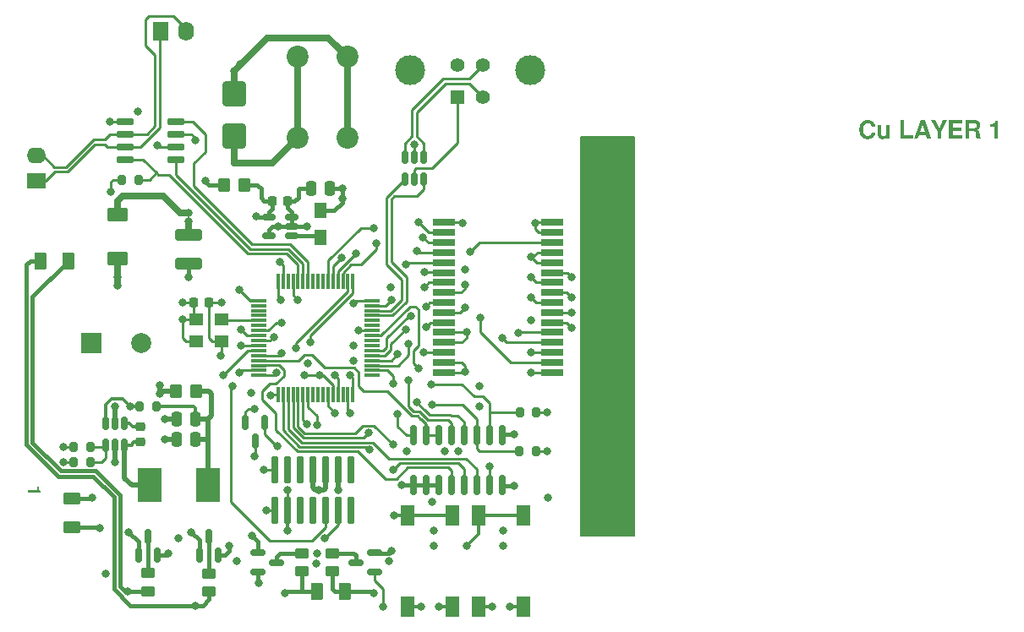
<source format=gbr>
%TF.GenerationSoftware,KiCad,Pcbnew,7.0.7-7.0.7~ubuntu20.04.1*%
%TF.CreationDate,2023-08-17T20:41:30-07:00*%
%TF.ProjectId,IMU-2X,494d552d-3258-42e6-9b69-6361645f7063,1.0*%
%TF.SameCoordinates,Original*%
%TF.FileFunction,Copper,L1,Top*%
%TF.FilePolarity,Positive*%
%FSLAX46Y46*%
G04 Gerber Fmt 4.6, Leading zero omitted, Abs format (unit mm)*
G04 Created by KiCad (PCBNEW 7.0.7-7.0.7~ubuntu20.04.1) date 2023-08-17 20:41:30*
%MOMM*%
%LPD*%
G01*
G04 APERTURE LIST*
G04 Aperture macros list*
%AMRoundRect*
0 Rectangle with rounded corners*
0 $1 Rounding radius*
0 $2 $3 $4 $5 $6 $7 $8 $9 X,Y pos of 4 corners*
0 Add a 4 corners polygon primitive as box body*
4,1,4,$2,$3,$4,$5,$6,$7,$8,$9,$2,$3,0*
0 Add four circle primitives for the rounded corners*
1,1,$1+$1,$2,$3*
1,1,$1+$1,$4,$5*
1,1,$1+$1,$6,$7*
1,1,$1+$1,$8,$9*
0 Add four rect primitives between the rounded corners*
20,1,$1+$1,$2,$3,$4,$5,0*
20,1,$1+$1,$4,$5,$6,$7,0*
20,1,$1+$1,$6,$7,$8,$9,0*
20,1,$1+$1,$8,$9,$2,$3,0*%
G04 Aperture macros list end*
%TA.AperFunction,NonConductor*%
%ADD10C,0.200000*%
%TD*%
%ADD11C,0.300000*%
%TA.AperFunction,NonConductor*%
%ADD12C,0.300000*%
%TD*%
%TA.AperFunction,SMDPad,CuDef*%
%ADD13RoundRect,0.150000X-0.150000X0.587500X-0.150000X-0.587500X0.150000X-0.587500X0.150000X0.587500X0*%
%TD*%
%TA.AperFunction,SMDPad,CuDef*%
%ADD14RoundRect,0.250000X0.800000X-0.450000X0.800000X0.450000X-0.800000X0.450000X-0.800000X-0.450000X0*%
%TD*%
%TA.AperFunction,SMDPad,CuDef*%
%ADD15RoundRect,0.150000X0.150000X-0.587500X0.150000X0.587500X-0.150000X0.587500X-0.150000X-0.587500X0*%
%TD*%
%TA.AperFunction,SMDPad,CuDef*%
%ADD16RoundRect,0.150000X0.150000X-0.825000X0.150000X0.825000X-0.150000X0.825000X-0.150000X-0.825000X0*%
%TD*%
%TA.AperFunction,ComponentPad*%
%ADD17C,2.200000*%
%TD*%
%TA.AperFunction,ComponentPad*%
%ADD18R,1.905000X1.600200*%
%TD*%
%TA.AperFunction,ComponentPad*%
%ADD19O,1.905000X1.600200*%
%TD*%
%TA.AperFunction,SMDPad,CuDef*%
%ADD20RoundRect,0.250000X0.450000X-0.262500X0.450000X0.262500X-0.450000X0.262500X-0.450000X-0.262500X0*%
%TD*%
%TA.AperFunction,SMDPad,CuDef*%
%ADD21RoundRect,0.250000X0.375000X0.625000X-0.375000X0.625000X-0.375000X-0.625000X0.375000X-0.625000X0*%
%TD*%
%TA.AperFunction,SMDPad,CuDef*%
%ADD22RoundRect,0.150000X0.587500X0.150000X-0.587500X0.150000X-0.587500X-0.150000X0.587500X-0.150000X0*%
%TD*%
%TA.AperFunction,SMDPad,CuDef*%
%ADD23RoundRect,0.200000X-0.200000X-0.275000X0.200000X-0.275000X0.200000X0.275000X-0.200000X0.275000X0*%
%TD*%
%TA.AperFunction,SMDPad,CuDef*%
%ADD24RoundRect,0.150000X0.725000X0.150000X-0.725000X0.150000X-0.725000X-0.150000X0.725000X-0.150000X0*%
%TD*%
%TA.AperFunction,SMDPad,CuDef*%
%ADD25RoundRect,0.225000X-0.250000X0.225000X-0.250000X-0.225000X0.250000X-0.225000X0.250000X0.225000X0*%
%TD*%
%TA.AperFunction,SMDPad,CuDef*%
%ADD26RoundRect,0.150000X-0.150000X0.512500X-0.150000X-0.512500X0.150000X-0.512500X0.150000X0.512500X0*%
%TD*%
%TA.AperFunction,SMDPad,CuDef*%
%ADD27RoundRect,0.250000X0.250000X0.475000X-0.250000X0.475000X-0.250000X-0.475000X0.250000X-0.475000X0*%
%TD*%
%TA.AperFunction,ComponentPad*%
%ADD28R,1.600200X1.905000*%
%TD*%
%TA.AperFunction,ComponentPad*%
%ADD29O,1.600200X1.905000*%
%TD*%
%TA.AperFunction,SMDPad,CuDef*%
%ADD30RoundRect,0.250000X-0.350000X-0.450000X0.350000X-0.450000X0.350000X0.450000X-0.350000X0.450000X0*%
%TD*%
%TA.AperFunction,SMDPad,CuDef*%
%ADD31R,1.400000X1.200000*%
%TD*%
%TA.AperFunction,SMDPad,CuDef*%
%ADD32RoundRect,0.075000X-0.700000X-0.075000X0.700000X-0.075000X0.700000X0.075000X-0.700000X0.075000X0*%
%TD*%
%TA.AperFunction,SMDPad,CuDef*%
%ADD33RoundRect,0.075000X-0.075000X-0.700000X0.075000X-0.700000X0.075000X0.700000X-0.075000X0.700000X0*%
%TD*%
%TA.AperFunction,SMDPad,CuDef*%
%ADD34RoundRect,0.250000X0.900000X-1.000000X0.900000X1.000000X-0.900000X1.000000X-0.900000X-1.000000X0*%
%TD*%
%TA.AperFunction,SMDPad,CuDef*%
%ADD35RoundRect,0.225000X-0.225000X-0.250000X0.225000X-0.250000X0.225000X0.250000X-0.225000X0.250000X0*%
%TD*%
%TA.AperFunction,ComponentPad*%
%ADD36R,1.400000X1.400000*%
%TD*%
%TA.AperFunction,ComponentPad*%
%ADD37C,1.400000*%
%TD*%
%TA.AperFunction,ComponentPad*%
%ADD38C,3.000000*%
%TD*%
%TA.AperFunction,SMDPad,CuDef*%
%ADD39R,1.400000X2.100000*%
%TD*%
%TA.AperFunction,SMDPad,CuDef*%
%ADD40RoundRect,0.150000X-0.587500X-0.150000X0.587500X-0.150000X0.587500X0.150000X-0.587500X0.150000X0*%
%TD*%
%TA.AperFunction,SMDPad,CuDef*%
%ADD41RoundRect,0.250000X-0.375000X-0.625000X0.375000X-0.625000X0.375000X0.625000X-0.375000X0.625000X0*%
%TD*%
%TA.AperFunction,SMDPad,CuDef*%
%ADD42RoundRect,0.250000X1.100000X-0.325000X1.100000X0.325000X-1.100000X0.325000X-1.100000X-0.325000X0*%
%TD*%
%TA.AperFunction,ComponentPad*%
%ADD43R,2.000000X2.000000*%
%TD*%
%TA.AperFunction,ComponentPad*%
%ADD44C,2.000000*%
%TD*%
%TA.AperFunction,SMDPad,CuDef*%
%ADD45RoundRect,0.162500X-0.162500X1.222500X-0.162500X-1.222500X0.162500X-1.222500X0.162500X1.222500X0*%
%TD*%
%TA.AperFunction,SMDPad,CuDef*%
%ADD46RoundRect,0.250000X0.625000X-0.375000X0.625000X0.375000X-0.625000X0.375000X-0.625000X-0.375000X0*%
%TD*%
%TA.AperFunction,SMDPad,CuDef*%
%ADD47R,2.413000X3.429000*%
%TD*%
%TA.AperFunction,SMDPad,CuDef*%
%ADD48RoundRect,0.150000X0.512500X0.150000X-0.512500X0.150000X-0.512500X-0.150000X0.512500X-0.150000X0*%
%TD*%
%TA.AperFunction,SMDPad,CuDef*%
%ADD49RoundRect,0.200000X0.200000X0.275000X-0.200000X0.275000X-0.200000X-0.275000X0.200000X-0.275000X0*%
%TD*%
%TA.AperFunction,SMDPad,CuDef*%
%ADD50R,1.200000X1.500000*%
%TD*%
%TA.AperFunction,SMDPad,CuDef*%
%ADD51R,2.200000X0.700000*%
%TD*%
%TA.AperFunction,ViaPad*%
%ADD52C,0.812800*%
%TD*%
%TA.AperFunction,Conductor*%
%ADD53C,0.254000*%
%TD*%
%TA.AperFunction,Conductor*%
%ADD54C,0.381000*%
%TD*%
%TA.AperFunction,Conductor*%
%ADD55C,0.304800*%
%TD*%
%TA.AperFunction,Conductor*%
%ADD56C,0.508000*%
%TD*%
%TA.AperFunction,Conductor*%
%ADD57C,0.635000*%
%TD*%
G04 APERTURE END LIST*
D10*
X185547000Y-83947000D02*
X190881000Y-83947000D01*
X190881000Y-123952000D01*
X185547000Y-123952000D01*
X185547000Y-83947000D01*
%TA.AperFunction,NonConductor*%
G36*
X185547000Y-83947000D02*
G01*
X190881000Y-83947000D01*
X190881000Y-123952000D01*
X185547000Y-123952000D01*
X185547000Y-83947000D01*
G37*
%TD.AperFunction*%
D11*
D12*
G36*
X131111721Y-119370299D02*
G01*
X131111721Y-119066624D01*
X131277672Y-119066624D01*
X131277894Y-119086911D01*
X131278559Y-119106670D01*
X131279668Y-119125902D01*
X131281220Y-119144608D01*
X131283215Y-119162786D01*
X131285655Y-119180437D01*
X131288537Y-119197561D01*
X131291863Y-119214158D01*
X131295633Y-119230228D01*
X131299846Y-119245770D01*
X131304502Y-119260786D01*
X131309602Y-119275275D01*
X131315145Y-119289236D01*
X131321132Y-119302670D01*
X131327563Y-119315578D01*
X131334437Y-119327958D01*
X131341754Y-119339811D01*
X131349515Y-119351137D01*
X131357719Y-119361936D01*
X131366367Y-119372208D01*
X131375458Y-119381953D01*
X131384992Y-119391171D01*
X131394971Y-119399862D01*
X131405392Y-119408025D01*
X131416257Y-119415662D01*
X131427566Y-119422772D01*
X131439318Y-119429354D01*
X131451513Y-119435409D01*
X131464152Y-119440938D01*
X131477235Y-119445939D01*
X131490761Y-119450413D01*
X131504730Y-119454360D01*
X131504730Y-119620311D01*
X130237921Y-119620311D01*
X130237921Y-119370299D01*
X131111721Y-119370299D01*
G37*
D11*
D12*
G36*
X214698400Y-82947224D02*
G01*
X214693760Y-82927053D01*
X214688631Y-82907521D01*
X214683015Y-82888630D01*
X214676911Y-82870380D01*
X214670320Y-82852770D01*
X214663240Y-82835800D01*
X214655673Y-82819471D01*
X214647619Y-82803781D01*
X214630046Y-82774324D01*
X214610523Y-82747429D01*
X214589049Y-82723095D01*
X214565624Y-82701322D01*
X214540249Y-82682111D01*
X214512922Y-82665462D01*
X214483645Y-82651374D01*
X214452417Y-82639847D01*
X214419238Y-82630882D01*
X214401917Y-82627360D01*
X214384109Y-82624478D01*
X214365813Y-82622237D01*
X214347028Y-82620636D01*
X214327757Y-82619675D01*
X214307997Y-82619355D01*
X214280532Y-82620020D01*
X214253830Y-82622015D01*
X214227891Y-82625340D01*
X214202716Y-82629995D01*
X214178303Y-82635979D01*
X214154655Y-82643294D01*
X214131769Y-82651938D01*
X214109647Y-82661913D01*
X214088289Y-82673217D01*
X214067693Y-82685852D01*
X214047861Y-82699816D01*
X214028793Y-82715110D01*
X214010488Y-82731734D01*
X213992946Y-82749689D01*
X213976167Y-82768973D01*
X213960152Y-82789586D01*
X213945007Y-82811330D01*
X213930839Y-82834112D01*
X213917648Y-82857932D01*
X213905435Y-82882790D01*
X213894198Y-82908687D01*
X213883939Y-82935621D01*
X213874656Y-82963594D01*
X213866351Y-82992605D01*
X213859023Y-83022654D01*
X213852672Y-83053741D01*
X213847298Y-83085866D01*
X213842901Y-83119030D01*
X213839481Y-83153232D01*
X213838137Y-83170722D01*
X213837038Y-83188471D01*
X213836183Y-83206481D01*
X213835573Y-83224749D01*
X213835206Y-83243278D01*
X213835084Y-83262065D01*
X213835202Y-83280557D01*
X213835557Y-83298795D01*
X213836149Y-83316778D01*
X213836977Y-83334506D01*
X213838042Y-83351980D01*
X213840882Y-83386165D01*
X213844668Y-83419332D01*
X213849401Y-83451481D01*
X213855080Y-83482612D01*
X213861706Y-83512726D01*
X213869279Y-83541821D01*
X213877798Y-83569899D01*
X213887263Y-83596959D01*
X213897675Y-83623001D01*
X213909034Y-83648026D01*
X213921339Y-83672033D01*
X213934591Y-83695021D01*
X213948790Y-83716992D01*
X213956244Y-83727596D01*
X213971818Y-83747895D01*
X213988142Y-83766884D01*
X214005215Y-83784563D01*
X214023039Y-83800933D01*
X214041612Y-83815993D01*
X214060935Y-83829743D01*
X214081008Y-83842184D01*
X214101831Y-83853316D01*
X214123403Y-83863137D01*
X214145725Y-83871650D01*
X214168797Y-83878852D01*
X214192619Y-83884745D01*
X214217190Y-83889329D01*
X214242512Y-83892603D01*
X214268583Y-83894567D01*
X214295404Y-83895222D01*
X214317007Y-83894851D01*
X214338063Y-83893736D01*
X214358574Y-83891879D01*
X214378538Y-83889278D01*
X214397956Y-83885935D01*
X214416828Y-83881848D01*
X214435154Y-83877019D01*
X214452933Y-83871446D01*
X214470166Y-83865131D01*
X214486853Y-83858072D01*
X214502994Y-83850271D01*
X214518588Y-83841726D01*
X214533636Y-83832439D01*
X214548138Y-83822408D01*
X214562094Y-83811635D01*
X214575504Y-83800118D01*
X214588299Y-83787918D01*
X214600413Y-83775094D01*
X214611845Y-83761645D01*
X214622594Y-83747572D01*
X214632662Y-83732875D01*
X214642048Y-83717554D01*
X214650752Y-83701608D01*
X214658774Y-83685038D01*
X214666114Y-83667844D01*
X214672772Y-83650026D01*
X214678748Y-83631583D01*
X214684043Y-83612516D01*
X214688655Y-83592825D01*
X214692585Y-83572510D01*
X214695834Y-83551570D01*
X214698400Y-83530006D01*
X215063616Y-83530006D01*
X215062316Y-83549422D01*
X215060639Y-83568586D01*
X215058587Y-83587498D01*
X215056159Y-83606158D01*
X215053356Y-83624567D01*
X215050176Y-83642723D01*
X215046621Y-83660628D01*
X215042690Y-83678280D01*
X215038384Y-83695681D01*
X215033701Y-83712830D01*
X215028643Y-83729726D01*
X215023209Y-83746371D01*
X215017400Y-83762764D01*
X215004654Y-83794795D01*
X214990404Y-83825817D01*
X214974652Y-83855833D01*
X214957397Y-83884840D01*
X214938639Y-83912840D01*
X214918378Y-83939832D01*
X214896613Y-83965817D01*
X214873346Y-83990794D01*
X214848576Y-84014763D01*
X214835628Y-84026370D01*
X214822391Y-84037671D01*
X214808899Y-84048614D01*
X214781148Y-84069423D01*
X214752376Y-84088797D01*
X214737608Y-84097946D01*
X214722584Y-84106736D01*
X214707304Y-84115167D01*
X214691769Y-84123239D01*
X214675979Y-84130953D01*
X214659934Y-84138308D01*
X214643634Y-84145304D01*
X214627078Y-84151942D01*
X214610267Y-84158220D01*
X214593200Y-84164140D01*
X214575878Y-84169701D01*
X214558301Y-84174903D01*
X214540469Y-84179747D01*
X214522381Y-84184231D01*
X214504038Y-84188357D01*
X214485440Y-84192124D01*
X214466586Y-84195533D01*
X214447477Y-84198582D01*
X214428113Y-84201273D01*
X214408494Y-84203605D01*
X214388619Y-84205579D01*
X214368489Y-84207193D01*
X214348104Y-84208449D01*
X214327463Y-84209346D01*
X214306567Y-84209884D01*
X214285416Y-84210063D01*
X214261820Y-84209813D01*
X214238532Y-84209062D01*
X214215551Y-84207811D01*
X214192877Y-84206060D01*
X214170510Y-84203808D01*
X214148450Y-84201056D01*
X214126696Y-84197803D01*
X214105250Y-84194050D01*
X214084111Y-84189796D01*
X214063280Y-84185042D01*
X214042755Y-84179788D01*
X214022537Y-84174033D01*
X214002626Y-84167778D01*
X213983022Y-84161022D01*
X213963725Y-84153766D01*
X213944736Y-84146009D01*
X213926053Y-84137752D01*
X213907677Y-84128995D01*
X213889609Y-84119737D01*
X213871847Y-84109979D01*
X213854393Y-84099720D01*
X213837245Y-84088961D01*
X213820405Y-84077702D01*
X213803871Y-84065942D01*
X213787645Y-84053682D01*
X213771726Y-84040921D01*
X213756113Y-84027660D01*
X213740808Y-84013898D01*
X213725810Y-83999636D01*
X213711119Y-83984874D01*
X213696735Y-83969611D01*
X213682657Y-83953848D01*
X213668951Y-83937654D01*
X213655681Y-83921101D01*
X213642845Y-83904189D01*
X213630444Y-83886917D01*
X213618478Y-83869285D01*
X213606948Y-83851294D01*
X213595853Y-83832943D01*
X213585192Y-83814232D01*
X213574967Y-83795162D01*
X213565177Y-83775732D01*
X213555822Y-83755942D01*
X213546903Y-83735793D01*
X213538418Y-83715284D01*
X213530368Y-83694416D01*
X213522754Y-83673188D01*
X213515575Y-83651600D01*
X213508830Y-83629653D01*
X213502521Y-83607346D01*
X213496647Y-83584679D01*
X213491208Y-83561653D01*
X213486204Y-83538267D01*
X213481636Y-83514522D01*
X213477502Y-83490417D01*
X213473804Y-83465952D01*
X213470540Y-83441128D01*
X213467712Y-83415944D01*
X213465319Y-83390401D01*
X213463361Y-83364497D01*
X213461838Y-83338235D01*
X213460750Y-83311612D01*
X213460098Y-83284630D01*
X213459880Y-83257289D01*
X213460100Y-83229785D01*
X213460759Y-83202644D01*
X213461857Y-83175865D01*
X213463395Y-83149449D01*
X213465372Y-83123394D01*
X213467789Y-83097702D01*
X213470644Y-83072372D01*
X213473939Y-83047403D01*
X213477674Y-83022798D01*
X213481848Y-82998554D01*
X213486461Y-82974672D01*
X213491514Y-82951153D01*
X213497005Y-82927996D01*
X213502937Y-82905201D01*
X213509307Y-82882768D01*
X213516117Y-82860697D01*
X213523367Y-82838989D01*
X213531055Y-82817642D01*
X213539183Y-82796658D01*
X213547751Y-82776036D01*
X213556757Y-82755776D01*
X213566204Y-82735879D01*
X213576089Y-82716343D01*
X213586414Y-82697170D01*
X213597178Y-82678359D01*
X213608381Y-82659910D01*
X213620024Y-82641823D01*
X213632106Y-82624098D01*
X213644628Y-82606736D01*
X213657589Y-82589735D01*
X213670989Y-82573097D01*
X213684829Y-82556821D01*
X213699071Y-82540978D01*
X213713626Y-82525637D01*
X213728493Y-82510800D01*
X213743672Y-82496465D01*
X213759163Y-82482634D01*
X213774966Y-82469305D01*
X213791081Y-82456479D01*
X213807508Y-82444157D01*
X213824248Y-82432337D01*
X213841299Y-82421020D01*
X213858663Y-82410207D01*
X213876339Y-82399896D01*
X213894327Y-82390088D01*
X213912627Y-82380783D01*
X213931240Y-82371981D01*
X213950164Y-82363682D01*
X213969401Y-82355886D01*
X213988949Y-82348593D01*
X214008810Y-82341803D01*
X214028983Y-82335516D01*
X214049468Y-82329732D01*
X214070265Y-82324451D01*
X214091374Y-82319673D01*
X214112796Y-82315398D01*
X214134529Y-82311625D01*
X214156575Y-82308356D01*
X214178933Y-82305590D01*
X214201603Y-82303326D01*
X214224585Y-82301566D01*
X214247879Y-82300309D01*
X214271485Y-82299554D01*
X214295404Y-82299303D01*
X214315456Y-82299471D01*
X214335281Y-82299978D01*
X214354879Y-82300822D01*
X214374250Y-82302003D01*
X214393393Y-82303522D01*
X214412309Y-82305379D01*
X214430997Y-82307573D01*
X214449459Y-82310105D01*
X214467693Y-82312974D01*
X214485699Y-82316181D01*
X214503479Y-82319726D01*
X214521031Y-82323608D01*
X214538356Y-82327828D01*
X214555453Y-82332385D01*
X214572323Y-82337280D01*
X214588966Y-82342512D01*
X214621570Y-82353989D01*
X214653264Y-82366817D01*
X214684049Y-82380995D01*
X214713925Y-82396523D01*
X214742892Y-82413402D01*
X214770950Y-82431631D01*
X214798098Y-82451210D01*
X214824337Y-82472140D01*
X214849465Y-82494199D01*
X214873171Y-82517276D01*
X214895456Y-82541371D01*
X214916319Y-82566483D01*
X214935761Y-82592614D01*
X214953782Y-82619762D01*
X214970380Y-82647928D01*
X214985557Y-82677112D01*
X214999313Y-82707314D01*
X215011647Y-82738533D01*
X215022560Y-82770771D01*
X215032051Y-82804026D01*
X215036263Y-82821035D01*
X215040120Y-82838299D01*
X215043622Y-82855817D01*
X215046768Y-82873589D01*
X215049559Y-82891616D01*
X215051995Y-82909898D01*
X215054075Y-82928434D01*
X215055800Y-82947224D01*
X214698400Y-82947224D01*
G37*
G36*
X216524914Y-84152741D02*
G01*
X216174897Y-84152741D01*
X216174897Y-83992497D01*
X216156317Y-84018843D01*
X216136838Y-84043489D01*
X216116460Y-84066436D01*
X216095183Y-84087682D01*
X216073007Y-84107229D01*
X216049931Y-84125077D01*
X216025957Y-84141224D01*
X216001083Y-84155672D01*
X215975311Y-84168420D01*
X215948639Y-84179468D01*
X215921068Y-84188817D01*
X215892599Y-84196465D01*
X215863230Y-84202415D01*
X215832962Y-84206664D01*
X215801795Y-84209213D01*
X215769729Y-84210063D01*
X215743234Y-84209585D01*
X215717489Y-84208150D01*
X215692493Y-84205758D01*
X215668247Y-84202409D01*
X215644751Y-84198104D01*
X215622005Y-84192842D01*
X215600008Y-84186623D01*
X215578762Y-84179448D01*
X215558265Y-84171315D01*
X215538518Y-84162226D01*
X215519520Y-84152181D01*
X215501273Y-84141178D01*
X215483775Y-84129219D01*
X215467027Y-84116303D01*
X215451029Y-84102430D01*
X215435780Y-84087601D01*
X215421372Y-84071901D01*
X215407893Y-84055418D01*
X215395343Y-84038151D01*
X215383723Y-84020100D01*
X215373033Y-84001266D01*
X215363272Y-83981647D01*
X215354441Y-83961245D01*
X215346539Y-83940060D01*
X215339567Y-83918090D01*
X215333525Y-83895337D01*
X215328412Y-83871801D01*
X215324229Y-83847480D01*
X215320975Y-83822376D01*
X215318651Y-83796488D01*
X215317257Y-83769817D01*
X215316792Y-83742361D01*
X215316792Y-82802180D01*
X215667243Y-82802180D01*
X215667243Y-83669839D01*
X215668122Y-83699235D01*
X215670758Y-83726735D01*
X215675151Y-83752337D01*
X215681302Y-83776044D01*
X215689211Y-83797854D01*
X215698876Y-83817767D01*
X215710300Y-83835784D01*
X215723480Y-83851904D01*
X215738418Y-83866128D01*
X215755114Y-83878455D01*
X215773566Y-83888886D01*
X215793777Y-83897421D01*
X215815744Y-83904058D01*
X215839469Y-83908800D01*
X215864952Y-83911644D01*
X215892192Y-83912593D01*
X215915688Y-83911955D01*
X215938298Y-83910043D01*
X215960023Y-83906856D01*
X215980863Y-83902394D01*
X216000817Y-83896658D01*
X216019886Y-83889646D01*
X216038069Y-83881360D01*
X216055366Y-83871799D01*
X216071778Y-83860963D01*
X216087305Y-83848853D01*
X216097164Y-83840071D01*
X216111056Y-83826053D01*
X216123581Y-83811195D01*
X216134740Y-83795498D01*
X216144533Y-83778962D01*
X216152959Y-83761585D01*
X216160019Y-83743369D01*
X216165712Y-83724313D01*
X216170039Y-83704417D01*
X216173000Y-83683682D01*
X216174594Y-83662107D01*
X216174897Y-83647257D01*
X216174897Y-82802180D01*
X216524914Y-82802180D01*
X216524914Y-84152741D01*
G37*
G36*
X217946259Y-82329267D02*
G01*
X217946259Y-83840071D01*
X218819130Y-83840071D01*
X218819130Y-84152741D01*
X217571055Y-84152741D01*
X217571055Y-82329267D01*
X217946259Y-82329267D01*
G37*
G36*
X220630009Y-84152741D02*
G01*
X220244818Y-84152741D01*
X220124961Y-83784919D01*
X219441864Y-83784919D01*
X219319401Y-84152741D01*
X218936815Y-84152741D01*
X219178447Y-83472249D01*
X219546956Y-83472249D01*
X220022040Y-83472249D01*
X219784498Y-82759622D01*
X219546956Y-83472249D01*
X219178447Y-83472249D01*
X219584302Y-82329267D01*
X219999893Y-82329267D01*
X220630009Y-84152741D01*
G37*
G36*
X221650964Y-83477460D02*
G01*
X221650964Y-84152741D01*
X221275760Y-84152741D01*
X221275760Y-83477460D01*
X220670396Y-82329267D01*
X221088158Y-82329267D01*
X221460756Y-83134826D01*
X221808167Y-82329267D01*
X222228534Y-82329267D01*
X221650964Y-83477460D01*
G37*
G36*
X222820436Y-83367157D02*
G01*
X222820436Y-83840071D01*
X223808386Y-83840071D01*
X223808386Y-84152741D01*
X222445232Y-84152741D01*
X222445232Y-82329267D01*
X223763223Y-82329267D01*
X223763223Y-82641937D01*
X222820436Y-82641937D01*
X222820436Y-83054487D01*
X223693306Y-83054487D01*
X223693306Y-83367157D01*
X222820436Y-83367157D01*
G37*
G36*
X225095988Y-82329453D02*
G01*
X225121487Y-82330433D01*
X225146299Y-82332252D01*
X225170423Y-82334911D01*
X225193861Y-82338410D01*
X225216611Y-82342749D01*
X225238675Y-82347927D01*
X225260051Y-82353944D01*
X225280740Y-82360802D01*
X225300743Y-82368499D01*
X225320058Y-82377036D01*
X225338591Y-82386178D01*
X225356246Y-82395855D01*
X225373024Y-82406066D01*
X225388923Y-82416812D01*
X225403945Y-82428092D01*
X225418088Y-82439906D01*
X225431354Y-82452254D01*
X225443742Y-82465137D01*
X225455252Y-82478554D01*
X225465884Y-82492506D01*
X225472485Y-82502104D01*
X225484848Y-82521456D01*
X225496315Y-82540862D01*
X225506887Y-82560322D01*
X225516563Y-82579837D01*
X225525343Y-82599406D01*
X225533228Y-82619029D01*
X225540216Y-82638707D01*
X225546310Y-82658439D01*
X225551602Y-82678191D01*
X225556189Y-82698147D01*
X225560070Y-82718306D01*
X225563246Y-82738669D01*
X225565716Y-82759236D01*
X225567480Y-82780006D01*
X225568539Y-82800979D01*
X225568891Y-82822156D01*
X225568591Y-82842579D01*
X225567689Y-82862590D01*
X225566185Y-82882192D01*
X225564081Y-82901382D01*
X225561375Y-82920162D01*
X225558067Y-82938532D01*
X225554158Y-82956491D01*
X225549648Y-82974040D01*
X225544537Y-82991178D01*
X225538824Y-83007906D01*
X225532510Y-83024223D01*
X225518077Y-83055626D01*
X225501239Y-83085386D01*
X225481996Y-83113505D01*
X225460347Y-83139981D01*
X225436293Y-83164816D01*
X225423364Y-83176617D01*
X225409833Y-83188008D01*
X225395702Y-83198989D01*
X225380968Y-83209559D01*
X225365634Y-83219718D01*
X225349698Y-83229467D01*
X225333161Y-83238805D01*
X225316022Y-83247733D01*
X225298282Y-83256250D01*
X225279941Y-83264357D01*
X225260998Y-83272054D01*
X225277385Y-83278825D01*
X225296323Y-83286794D01*
X225313543Y-83294211D01*
X225331940Y-83302384D01*
X225347863Y-83309763D01*
X225361313Y-83316348D01*
X225377653Y-83325739D01*
X225392038Y-83336183D01*
X225406507Y-83348704D01*
X225418975Y-83361091D01*
X225427321Y-83370197D01*
X225439230Y-83383943D01*
X225451116Y-83399323D01*
X225460841Y-83413997D01*
X225469309Y-83429902D01*
X225472485Y-83437508D01*
X225478130Y-83455611D01*
X225482364Y-83473286D01*
X225485893Y-83490696D01*
X225489421Y-83510546D01*
X225492244Y-83528181D01*
X225495067Y-83547377D01*
X225497747Y-83567319D01*
X225500142Y-83587193D01*
X225502252Y-83607000D01*
X225504078Y-83626738D01*
X225505618Y-83646409D01*
X225506873Y-83666012D01*
X225507843Y-83685547D01*
X225508529Y-83705015D01*
X225509180Y-83725615D01*
X225509832Y-83748549D01*
X225510320Y-83767282D01*
X225510809Y-83787328D01*
X225511297Y-83808687D01*
X225511786Y-83831358D01*
X225512274Y-83855343D01*
X225512763Y-83880640D01*
X225513089Y-83898235D01*
X225513414Y-83916413D01*
X225513740Y-83935174D01*
X225514446Y-83954349D01*
X225516564Y-83972462D01*
X225520095Y-83989514D01*
X225526999Y-84010599D01*
X225536414Y-84029798D01*
X225548339Y-84047111D01*
X225562775Y-84062538D01*
X225579721Y-84076078D01*
X225594079Y-84084995D01*
X225594079Y-84152741D01*
X225191082Y-84152741D01*
X225182763Y-84136537D01*
X225175177Y-84120496D01*
X225166725Y-84100675D01*
X225159418Y-84081107D01*
X225153256Y-84061794D01*
X225148239Y-84042736D01*
X225145050Y-84027673D01*
X225141797Y-84007291D01*
X225139592Y-83988604D01*
X225137740Y-83967800D01*
X225136240Y-83944879D01*
X225135347Y-83926299D01*
X225134652Y-83906528D01*
X225134156Y-83885566D01*
X225133858Y-83863414D01*
X225133759Y-83840071D01*
X225133793Y-83821798D01*
X225133931Y-83800388D01*
X225134175Y-83780568D01*
X225134525Y-83762339D01*
X225135084Y-83742563D01*
X225135797Y-83725077D01*
X225135930Y-83722385D01*
X225136946Y-83704244D01*
X225137801Y-83684682D01*
X225138330Y-83666368D01*
X225138536Y-83647257D01*
X225138051Y-83626319D01*
X225136597Y-83606494D01*
X225134173Y-83587785D01*
X225130780Y-83570189D01*
X225124748Y-83548462D01*
X225116993Y-83528717D01*
X225107513Y-83510953D01*
X225096311Y-83495170D01*
X225083385Y-83481369D01*
X225068647Y-83469257D01*
X225051792Y-83458760D01*
X225032820Y-83449878D01*
X225011731Y-83442611D01*
X224994525Y-83438220D01*
X224976128Y-83434738D01*
X224956541Y-83432164D01*
X224935762Y-83430499D01*
X224913793Y-83429742D01*
X224906205Y-83429691D01*
X224475850Y-83429691D01*
X224475850Y-84152741D01*
X224100646Y-84152741D01*
X224100646Y-82641937D01*
X224475850Y-82641937D01*
X224475850Y-83117021D01*
X224928352Y-83117021D01*
X224952680Y-83116605D01*
X224975833Y-83115357D01*
X224997810Y-83113277D01*
X225018611Y-83110365D01*
X225038237Y-83106621D01*
X225056688Y-83102044D01*
X225073962Y-83096636D01*
X225095167Y-83088131D01*
X225114281Y-83078146D01*
X225127245Y-83069687D01*
X225142818Y-83056191D01*
X225156314Y-83039587D01*
X225167734Y-83019875D01*
X225174936Y-83003052D01*
X225180970Y-82984481D01*
X225185836Y-82964162D01*
X225189535Y-82942094D01*
X225192065Y-82918279D01*
X225193428Y-82892716D01*
X225193688Y-82874702D01*
X225193115Y-82849230D01*
X225191398Y-82825415D01*
X225188535Y-82803256D01*
X225184527Y-82782754D01*
X225179375Y-82763908D01*
X225173077Y-82746718D01*
X225162899Y-82726376D01*
X225150685Y-82708978D01*
X225136436Y-82694525D01*
X225128548Y-82688403D01*
X225111171Y-82677513D01*
X225091608Y-82668074D01*
X225069861Y-82660088D01*
X225052117Y-82655051D01*
X225033144Y-82650831D01*
X225012942Y-82647427D01*
X224991511Y-82644841D01*
X224968850Y-82643071D01*
X224944961Y-82642118D01*
X224928352Y-82641937D01*
X224475850Y-82641937D01*
X224100646Y-82641937D01*
X224100646Y-82329267D01*
X225078608Y-82329267D01*
X225095988Y-82329453D01*
G37*
G36*
X226983289Y-82929419D02*
G01*
X226558144Y-82929419D01*
X226558144Y-82697088D01*
X226586545Y-82696778D01*
X226614209Y-82695847D01*
X226641134Y-82694294D01*
X226667321Y-82692121D01*
X226692770Y-82689328D01*
X226717482Y-82685913D01*
X226741455Y-82681877D01*
X226764691Y-82677221D01*
X226787189Y-82671943D01*
X226808949Y-82666045D01*
X226829971Y-82659526D01*
X226850255Y-82652386D01*
X226869801Y-82644626D01*
X226888609Y-82636244D01*
X226906679Y-82627241D01*
X226924012Y-82617618D01*
X226940606Y-82607374D01*
X226956463Y-82596509D01*
X226971581Y-82585023D01*
X226985962Y-82572916D01*
X226999605Y-82560188D01*
X227012510Y-82546840D01*
X227024677Y-82532870D01*
X227036106Y-82518280D01*
X227046797Y-82503069D01*
X227056750Y-82487237D01*
X227065966Y-82470784D01*
X227074443Y-82453711D01*
X227082183Y-82436016D01*
X227089185Y-82417701D01*
X227095448Y-82398764D01*
X227100974Y-82379207D01*
X227333305Y-82379207D01*
X227333305Y-84152741D01*
X226983289Y-84152741D01*
X226983289Y-82929419D01*
G37*
D13*
%TO.P,U7,1,~{RST}*%
%TO.N,/~{T_NRST}*%
X153900000Y-112602500D03*
%TO.P,U7,2,VDD*%
%TO.N,+3V3*%
X152000000Y-112602500D03*
%TO.P,U7,3,VSS*%
%TO.N,GND*%
X152950000Y-114477500D03*
%TD*%
D14*
%TO.P,D2,1,K*%
%TO.N,/Power Supply/V_{BAT_MON}*%
X139192000Y-96180000D03*
%TO.P,D2,2,A*%
%TO.N,/V_{BAT}*%
X139192000Y-91780000D03*
%TD*%
D15*
%TO.P,Q6,1,G*%
%TO.N,/LED1_GRN*%
X147386000Y-125905500D03*
%TO.P,Q6,2,S*%
%TO.N,+3V3*%
X149286000Y-125905500D03*
%TO.P,Q6,3,D*%
%TO.N,Net-(Q6-D)*%
X148336000Y-124030500D03*
%TD*%
D16*
%TO.P,U9,1,VCCA*%
%TO.N,+3V3*%
X168795000Y-118855000D03*
%TO.P,U9,2,1DIR*%
X170065000Y-118855000D03*
%TO.P,U9,3,2DIR*%
X171335000Y-118855000D03*
%TO.P,U9,4,1A1*%
%TO.N,/FSYNC_TDK_ST*%
X172605000Y-118855000D03*
%TO.P,U9,5,1A2*%
%TO.N,/MOSI_TDK_ST*%
X173875000Y-118855000D03*
%TO.P,U9,6,2A1*%
%TO.N,/SCK_TDK_ST*%
X175145000Y-118855000D03*
%TO.P,U9,7,2A2*%
%TO.N,/~{CS_TDK_ST}*%
X176415000Y-118855000D03*
%TO.P,U9,8,GND*%
%TO.N,GND*%
X177685000Y-118855000D03*
%TO.P,U9,9,GND*%
X177685000Y-113905000D03*
%TO.P,U9,10,2B2*%
%TO.N,/~{CS_TDK}*%
X176415000Y-113905000D03*
%TO.P,U9,11,2B1*%
%TO.N,/SCK_TDK*%
X175145000Y-113905000D03*
%TO.P,U9,12,1B2*%
%TO.N,/MOSI_TDK*%
X173875000Y-113905000D03*
%TO.P,U9,13,1B1*%
%TO.N,/FSYNC_TDK*%
X172605000Y-113905000D03*
%TO.P,U9,14,2~{OE}*%
%TO.N,/~{TDK_EN}*%
X171335000Y-113905000D03*
%TO.P,U9,15,1~{OE}*%
X170065000Y-113905000D03*
%TO.P,U9,16,VCCB*%
%TO.N,Net-(U10-VDD)*%
X168795000Y-113905000D03*
%TD*%
D17*
%TO.P,J2,1,Pin_1*%
%TO.N,/V_{BAT}*%
X162178500Y-75910500D03*
%TO.P,J2,2,Pin_2*%
%TO.N,GND*%
X157178500Y-75910500D03*
%TO.P,J2,3,Pin_3*%
%TO.N,/V_{BAT}*%
X162178500Y-84110500D03*
%TO.P,J2,4,Pin_4*%
%TO.N,GND*%
X157178500Y-84110500D03*
%TD*%
D18*
%TO.P,J4,1,Pin_1*%
%TO.N,/CAN_H*%
X131064000Y-88392000D03*
D19*
%TO.P,J4,2,Pin_2*%
%TO.N,/CAN_L*%
X131064000Y-85852000D03*
%TD*%
D20*
%TO.P,R11,1*%
%TO.N,Net-(D4-KA)*%
X157607000Y-127531500D03*
%TO.P,R11,2*%
%TO.N,Net-(Q9-D)*%
X157607000Y-125706500D03*
%TD*%
D21*
%TO.P,D3,1,KA*%
%TO.N,Net-(D3-KA)*%
X134242000Y-96393000D03*
%TO.P,D3,2,AK*%
%TO.N,Net-(D3-AK)*%
X131442000Y-96393000D03*
%TD*%
D22*
%TO.P,Q8,1,G*%
%TO.N,/LED2_GRN*%
X164894500Y-127569000D03*
%TO.P,Q8,2,S*%
%TO.N,+3V3*%
X164894500Y-125669000D03*
%TO.P,Q8,3,D*%
%TO.N,Net-(Q8-D)*%
X163019500Y-126619000D03*
%TD*%
D23*
%TO.P,R5,1*%
%TO.N,/~{CS_TDK}*%
X179445000Y-111570000D03*
%TO.P,R5,2*%
%TO.N,GND*%
X181095000Y-111570000D03*
%TD*%
D24*
%TO.P,U1,1,TXD*%
%TO.N,/FDCAN_TX*%
X145069000Y-86233000D03*
%TO.P,U1,2,VSS*%
%TO.N,GND*%
X145069000Y-84963000D03*
%TO.P,U1,3,VDD*%
%TO.N,+5V*%
X145069000Y-83693000D03*
%TO.P,U1,4,RXD*%
%TO.N,/FDCAN_RX*%
X145069000Y-82423000D03*
%TO.P,U1,5,VIO*%
%TO.N,+3V3*%
X139919000Y-82423000D03*
%TO.P,U1,6,CANL*%
%TO.N,/CAN_L*%
X139919000Y-83693000D03*
%TO.P,U1,7,CANH*%
%TO.N,/CAN_H*%
X139919000Y-84963000D03*
%TO.P,U1,8,STBY*%
%TO.N,/FDCAN_STBY*%
X139919000Y-86233000D03*
%TD*%
D23*
%TO.P,R8,1*%
%TO.N,GND*%
X134811000Y-116586000D03*
%TO.P,R8,2*%
%TO.N,Net-(U8-EN)*%
X136461000Y-116586000D03*
%TD*%
D25*
%TO.P,C7,1*%
%TO.N,Net-(U8-CB)*%
X141478000Y-113017000D03*
%TO.P,C7,2*%
%TO.N,Net-(U8-SW)*%
X141478000Y-114567000D03*
%TD*%
D23*
%TO.P,R7,1*%
%TO.N,/SCK_TDK*%
X179435000Y-115470000D03*
%TO.P,R7,2*%
%TO.N,GND*%
X181085000Y-115470000D03*
%TD*%
D26*
%TO.P,U2,1,I/O1*%
%TO.N,/USB_D-*%
X169860000Y-85984500D03*
%TO.P,U2,2,GND*%
%TO.N,GND*%
X168910000Y-85984500D03*
%TO.P,U2,3,I/O2*%
%TO.N,/USB_D+*%
X167960000Y-85984500D03*
%TO.P,U2,4,I/O2*%
%TO.N,/ST_USB_D+*%
X167960000Y-88259500D03*
%TO.P,U2,5,VBUS*%
%TO.N,Net-(J3-VBUS)*%
X168910000Y-88259500D03*
%TO.P,U2,6,I/O1*%
%TO.N,/ST_USB_D-*%
X169860000Y-88259500D03*
%TD*%
D27*
%TO.P,C6,1*%
%TO.N,Net-(C6-Pad1)*%
X147000000Y-112268000D03*
%TO.P,C6,2*%
%TO.N,GND*%
X145100000Y-112268000D03*
%TD*%
%TO.P,C1,1*%
%TO.N,+3V3*%
X160462000Y-89154000D03*
%TO.P,C1,2*%
%TO.N,GND*%
X158562000Y-89154000D03*
%TD*%
D28*
%TO.P,J1,1,Pin_1*%
%TO.N,/CAN_H*%
X143510000Y-73406000D03*
D29*
%TO.P,J1,2,Pin_2*%
%TO.N,/CAN_L*%
X146050000Y-73406000D03*
%TD*%
D20*
%TO.P,R12,1*%
%TO.N,Net-(D4-AK)*%
X160655000Y-127531500D03*
%TO.P,R12,2*%
%TO.N,Net-(Q8-D)*%
X160655000Y-125706500D03*
%TD*%
D30*
%TO.P,R2,1*%
%TO.N,+5V*%
X149876000Y-88773000D03*
%TO.P,R2,2*%
%TO.N,Net-(U3-VOUT)*%
X151876000Y-88773000D03*
%TD*%
D31*
%TO.P,U5,1,EN*%
%TO.N,+3V3*%
X147066000Y-104478000D03*
%TO.P,U5,2,GND*%
%TO.N,GND*%
X149606000Y-104478000D03*
%TO.P,U5,3,OUT*%
%TO.N,Net-(U5-OUT)*%
X149606000Y-102278000D03*
%TO.P,U5,4,V_{DD}*%
%TO.N,+3V3*%
X147066000Y-102278000D03*
%TD*%
D32*
%TO.P,U6,1,VBAT*%
%TO.N,GND*%
X153329000Y-100390000D03*
%TO.P,U6,2,PC13/GPIO_OUT*%
%TO.N,unconnected-(U6-PC13{slash}GPIO_OUT-Pad2)*%
X153329000Y-100890000D03*
%TO.P,U6,3,PC14/GPIO_OUT*%
%TO.N,unconnected-(U6-PC14{slash}GPIO_OUT-Pad3)*%
X153329000Y-101390000D03*
%TO.P,U6,4,PC15/GPIO_OUT*%
%TO.N,unconnected-(U6-PC15{slash}GPIO_OUT-Pad4)*%
X153329000Y-101890000D03*
%TO.P,U6,5,PF0/RCC_OSC_IN*%
%TO.N,Net-(U5-OUT)*%
X153329000Y-102390000D03*
%TO.P,U6,6,PF1/RCC_OSC_OUT*%
%TO.N,unconnected-(U6-PF1{slash}RCC_OSC_OUT-Pad6)*%
X153329000Y-102890000D03*
%TO.P,U6,7,PG10/~{NRST}*%
%TO.N,/~{T_NRST}*%
X153329000Y-103390000D03*
%TO.P,U6,8,PC0/GPIO_OUT*%
%TO.N,/LED1_GRN*%
X153329000Y-103890000D03*
%TO.P,U6,9,PC1/GPIO_OUT*%
%TO.N,/LED1_RED*%
X153329000Y-104390000D03*
%TO.P,U6,10,PC2/GPIO_OUT*%
%TO.N,/LED2_GRN*%
X153329000Y-104890000D03*
%TO.P,U6,11,PC3/GPIO_OUT*%
%TO.N,/LED2_RED*%
X153329000Y-105390000D03*
%TO.P,U6,12,PA0/GPIO_IN*%
%TO.N,/INT_TDK*%
X153329000Y-105890000D03*
%TO.P,U6,13,PA1/GPIO_OUT*%
%TO.N,/~{TDK_EN}*%
X153329000Y-106390000D03*
%TO.P,U6,14,PA2/GPIO_OUT*%
%TO.N,/FSYNC_TDK_ST*%
X153329000Y-106890000D03*
%TO.P,U6,15,VSS*%
%TO.N,GND*%
X153329000Y-107390000D03*
%TO.P,U6,16,VDD*%
%TO.N,+3V3*%
X153329000Y-107890000D03*
D33*
%TO.P,U6,17,PA3/GPIO_OUT*%
%TO.N,/~{RESET_UNO}*%
X155254000Y-109815000D03*
%TO.P,U6,18,PA4/~{SPI1_NSS}*%
%TO.N,/~{CS_TDK_ST}*%
X155754000Y-109815000D03*
%TO.P,U6,19,PA5/SPI1_SCK*%
%TO.N,/SCK_TDK_ST*%
X156254000Y-109815000D03*
%TO.P,U6,20,PA6/SPI1_MISO*%
%TO.N,/MISO_TDK*%
X156754000Y-109815000D03*
%TO.P,U6,21,PA7/SPI1_MOSI*%
%TO.N,/MOSI_TDK_ST*%
X157254000Y-109815000D03*
%TO.P,U6,22,PC4/USART1_TX*%
%TO.N,/T_VCP_TX*%
X157754000Y-109815000D03*
%TO.P,U6,23,PC5/USART1_RX*%
%TO.N,/T_VCP_RX*%
X158254000Y-109815000D03*
%TO.P,U6,24,PB0/GPIO_OUT*%
%TO.N,unconnected-(U6-PB0{slash}GPIO_OUT-Pad24)*%
X158754000Y-109815000D03*
%TO.P,U6,25,PB1/GPIO_OUT*%
%TO.N,unconnected-(U6-PB1{slash}GPIO_OUT-Pad25)*%
X159254000Y-109815000D03*
%TO.P,U6,26,PB2/GPIO_OUT*%
%TO.N,unconnected-(U6-PB2{slash}GPIO_OUT-Pad26)*%
X159754000Y-109815000D03*
%TO.P,U6,27,VSSA*%
%TO.N,GND*%
X160254000Y-109815000D03*
%TO.P,U6,28,VREF+/VREFBUF_OUT*%
%TO.N,Net-(U6-VREF+{slash}VREFBUF_OUT)*%
X160754000Y-109815000D03*
%TO.P,U6,29,VDDA*%
%TO.N,+3V3*%
X161254000Y-109815000D03*
%TO.P,U6,30,PB10/GPIO_OUT*%
%TO.N,unconnected-(U6-PB10{slash}GPIO_OUT-Pad30)*%
X161754000Y-109815000D03*
%TO.P,U6,31,VSS*%
%TO.N,GND*%
X162254000Y-109815000D03*
%TO.P,U6,32,VDD*%
%TO.N,+3V3*%
X162754000Y-109815000D03*
D32*
%TO.P,U6,33,PB11/GPIO_OUT*%
%TO.N,unconnected-(U6-PB11{slash}GPIO_OUT-Pad33)*%
X164679000Y-107890000D03*
%TO.P,U6,34,PB12/~{SPI2_NSS}*%
%TO.N,/~{CS_UNO}*%
X164679000Y-107390000D03*
%TO.P,U6,35,PB13/SPI2_SCK*%
%TO.N,/SCK_UNO*%
X164679000Y-106890000D03*
%TO.P,U6,36,PB14/SPI2_MISO*%
%TO.N,/MISO_UNO*%
X164679000Y-106390000D03*
%TO.P,U6,37,PB15/SPI2_MOSI*%
%TO.N,/MOSI_UNO*%
X164679000Y-105890000D03*
%TO.P,U6,38,PC6/GPIO_OUT*%
%TO.N,/~{RESET_DUE}*%
X164679000Y-105390000D03*
%TO.P,U6,39,PC7/GPIO_OUT*%
%TO.N,unconnected-(U6-PC7{slash}GPIO_OUT-Pad39)*%
X164679000Y-104890000D03*
%TO.P,U6,40,PC8/GPIO_OUT*%
%TO.N,unconnected-(U6-PC8{slash}GPIO_OUT-Pad40)*%
X164679000Y-104390000D03*
%TO.P,U6,41,PC9/GPIO_OUT*%
%TO.N,/TDK_PWR_EN*%
X164679000Y-103890000D03*
%TO.P,U6,42,PA8/ADC5_IN1*%
%TO.N,Net-(U6-PA8{slash}ADC5_IN1)*%
X164679000Y-103390000D03*
%TO.P,U6,43,PA9/GPIO_OUT*%
%TO.N,unconnected-(U6-PA9{slash}GPIO_OUT-Pad43)*%
X164679000Y-102890000D03*
%TO.P,U6,44,PA10/GPIO_OUT*%
%TO.N,unconnected-(U6-PA10{slash}GPIO_OUT-Pad44)*%
X164679000Y-102390000D03*
%TO.P,U6,45,PA11/USB_DM*%
%TO.N,/ST_USB_D-*%
X164679000Y-101890000D03*
%TO.P,U6,46,PA12/USB_DP*%
%TO.N,/ST_USB_D+*%
X164679000Y-101390000D03*
%TO.P,U6,47,VSS*%
%TO.N,GND*%
X164679000Y-100890000D03*
%TO.P,U6,48,VDD*%
%TO.N,+3V3*%
X164679000Y-100390000D03*
D33*
%TO.P,U6,49,PA13/SYS_ITMS_SWDIO*%
%TO.N,/T_SWDIO*%
X162754000Y-98465000D03*
%TO.P,U6,50,PA14/SYS_ITMS_SWCLK*%
%TO.N,/T_SWCLK*%
X162254000Y-98465000D03*
%TO.P,U6,51,PA15/~{SPI3_NSS}*%
%TO.N,/~{CS_DUE}*%
X161754000Y-98465000D03*
%TO.P,U6,52,PC10/SPI3_SCK*%
%TO.N,/SCK_DUE*%
X161254000Y-98465000D03*
%TO.P,U6,53,PC11/SPI3_MISO*%
%TO.N,/MISO_DUE*%
X160754000Y-98465000D03*
%TO.P,U6,54,PC12/SPI3_MOSI*%
%TO.N,/MOSI_DUE*%
X160254000Y-98465000D03*
%TO.P,U6,55,PD2/GPIO_OUT*%
%TO.N,unconnected-(U6-PD2{slash}GPIO_OUT-Pad55)*%
X159754000Y-98465000D03*
%TO.P,U6,56,PB3/GPIO_OUT*%
%TO.N,unconnected-(U6-PB3{slash}GPIO_OUT-Pad56)*%
X159254000Y-98465000D03*
%TO.P,U6,57,PB4/GPIO_OUT*%
%TO.N,unconnected-(U6-PB4{slash}GPIO_OUT-Pad57)*%
X158754000Y-98465000D03*
%TO.P,U6,58,PB5/FDCAN2_RX*%
%TO.N,/FDCAN_RX*%
X158254000Y-98465000D03*
%TO.P,U6,59,PB6/FDCAN2_TX*%
%TO.N,/FDCAN_TX*%
X157754000Y-98465000D03*
%TO.P,U6,60,PB7/GPIO_OUT*%
%TO.N,/FDCAN_STBY*%
X157254000Y-98465000D03*
%TO.P,U6,61,PB8/BOOT0*%
%TO.N,Net-(U6-PB8{slash}BOOT0)*%
X156754000Y-98465000D03*
%TO.P,U6,62,PB9/GPIO_OUT*%
%TO.N,unconnected-(U6-PB9{slash}GPIO_OUT-Pad62)*%
X156254000Y-98465000D03*
%TO.P,U6,63,VSS*%
%TO.N,GND*%
X155754000Y-98465000D03*
%TO.P,U6,64,VDD*%
%TO.N,+3V3*%
X155254000Y-98465000D03*
%TD*%
D27*
%TO.P,C8,1*%
%TO.N,Net-(C6-Pad1)*%
X147000000Y-114300000D03*
%TO.P,C8,2*%
%TO.N,GND*%
X145100000Y-114300000D03*
%TD*%
D34*
%TO.P,D1,1,A1*%
%TO.N,GND*%
X150876000Y-83938000D03*
%TO.P,D1,2,A2*%
%TO.N,/V_{BAT}*%
X150876000Y-79638000D03*
%TD*%
D35*
%TO.P,C4,1*%
%TO.N,+3V3*%
X146799000Y-100584000D03*
%TO.P,C4,2*%
%TO.N,GND*%
X148349000Y-100584000D03*
%TD*%
D36*
%TO.P,J3,1,VBUS*%
%TO.N,Net-(J3-VBUS)*%
X173228000Y-80010000D03*
D37*
%TO.P,J3,2,D-*%
%TO.N,/USB_D-*%
X175728000Y-80010000D03*
%TO.P,J3,3,D+*%
%TO.N,/USB_D+*%
X175728000Y-76810000D03*
%TO.P,J3,4,GND*%
%TO.N,GND*%
X173228000Y-76810000D03*
D38*
%TO.P,J3,5,Shield*%
X180498000Y-77300000D03*
X168458000Y-77300000D03*
%TD*%
D39*
%TO.P,SW1,1,1*%
%TO.N,GND*%
X168184000Y-131042000D03*
%TO.P,SW1,2,2*%
%TO.N,Net-(C40-Pad1)*%
X168184000Y-121942000D03*
%TO.P,SW1,3,3*%
%TO.N,GND*%
X172684000Y-131042000D03*
%TO.P,SW1,4,4*%
%TO.N,Net-(C40-Pad1)*%
X172684000Y-121942000D03*
%TD*%
D40*
%TO.P,Q9,1,G*%
%TO.N,/LED2_RED*%
X153240500Y-125669000D03*
%TO.P,Q9,2,S*%
%TO.N,+3V3*%
X153240500Y-127569000D03*
%TO.P,Q9,3,D*%
%TO.N,Net-(Q9-D)*%
X155115500Y-126619000D03*
%TD*%
D35*
%TO.P,C2,1*%
%TO.N,Net-(U3-VOUT)*%
X154647600Y-90449400D03*
%TO.P,C2,2*%
%TO.N,GND*%
X156197600Y-90449400D03*
%TD*%
D41*
%TO.P,D4,1,KA*%
%TO.N,Net-(D4-KA)*%
X159128000Y-129540000D03*
%TO.P,D4,2,AK*%
%TO.N,Net-(D4-AK)*%
X161928000Y-129540000D03*
%TD*%
D42*
%TO.P,C3,1*%
%TO.N,GND*%
X146304000Y-96725000D03*
%TO.P,C3,2*%
%TO.N,/V_{BAT}*%
X146304000Y-93775000D03*
%TD*%
D43*
%TO.P,C5,1*%
%TO.N,/Power Supply/V_{BAT_MON}*%
X136570323Y-104648000D03*
D44*
%TO.P,C5,2*%
%TO.N,GND*%
X141570323Y-104648000D03*
%TD*%
D26*
%TO.P,U8,1,CB*%
%TO.N,Net-(U8-CB)*%
X139888000Y-112654500D03*
%TO.P,U8,2,GND*%
%TO.N,GND*%
X138938000Y-112654500D03*
%TO.P,U8,3,FB*%
%TO.N,Net-(U8-FB)*%
X137988000Y-112654500D03*
%TO.P,U8,4,EN*%
%TO.N,Net-(U8-EN)*%
X137988000Y-114929500D03*
%TO.P,U8,5,VIN*%
%TO.N,/Power Supply/V_{BAT_MON}*%
X138938000Y-114929500D03*
%TO.P,U8,6,SW*%
%TO.N,Net-(U8-SW)*%
X139888000Y-114929500D03*
%TD*%
D45*
%TO.P,J5,1,Pin_1*%
%TO.N,unconnected-(J5-Pin_1-Pad1)*%
X162560000Y-117365000D03*
%TO.P,J5,2,Pin_2*%
%TO.N,unconnected-(J5-Pin_2-Pad2)*%
X162560000Y-121395000D03*
%TO.P,J5,3,Pin_3*%
%TO.N,+3V3*%
X161290000Y-117365000D03*
%TO.P,J5,4,Pin_4*%
%TO.N,/T_SWDIO*%
X161290000Y-121395000D03*
%TO.P,J5,5,Pin_5*%
%TO.N,GND*%
X160020000Y-117365000D03*
%TO.P,J5,6,Pin_6*%
%TO.N,/T_SWCLK*%
X160020000Y-121395000D03*
%TO.P,J5,7,Pin_7*%
%TO.N,GND*%
X158750000Y-117365000D03*
%TO.P,J5,8,Pin_8*%
%TO.N,unconnected-(J5-Pin_8-Pad8)*%
X158750000Y-121395000D03*
%TO.P,J5,9,Pin_9*%
%TO.N,unconnected-(J5-Pin_9-Pad9)*%
X157480000Y-117365000D03*
%TO.P,J5,10,Pin_10*%
%TO.N,unconnected-(J5-Pin_10-Pad10)*%
X157480000Y-121395000D03*
%TO.P,J5,11,Pin_11*%
%TO.N,unconnected-(J5-Pin_11-Pad11)*%
X156210000Y-117365000D03*
%TO.P,J5,12,Pin_12*%
%TO.N,/~{T_NRST}*%
X156210000Y-121395000D03*
%TO.P,J5,13,Pin_13*%
%TO.N,/T_VCP_RX*%
X154940000Y-117365000D03*
%TO.P,J5,14,Pin_14*%
%TO.N,/T_VCP_TX*%
X154940000Y-121395000D03*
%TD*%
D46*
%TO.P,D5,1,KA*%
%TO.N,Net-(D5-KA)*%
X134620000Y-123066000D03*
%TO.P,D5,2,AK*%
%TO.N,GND*%
X134620000Y-120266000D03*
%TD*%
D47*
%TO.P,L2,1,1*%
%TO.N,Net-(U8-SW)*%
X142367000Y-118872000D03*
%TO.P,L2,2,2*%
%TO.N,Net-(C6-Pad1)*%
X148209000Y-118872000D03*
%TD*%
D48*
%TO.P,U3,1,SW*%
%TO.N,Net-(U3-SW)*%
X156585500Y-93914000D03*
%TO.P,U3,2,GND*%
%TO.N,GND*%
X156585500Y-92964000D03*
%TO.P,U3,3,NC*%
X156585500Y-92014000D03*
%TO.P,U3,4,VOUT*%
%TO.N,Net-(U3-VOUT)*%
X154310500Y-92014000D03*
%TO.P,U3,5,NC*%
%TO.N,GND*%
X154310500Y-93914000D03*
%TD*%
D49*
%TO.P,R6,1*%
%TO.N,Net-(U8-EN)*%
X136461000Y-115062000D03*
%TO.P,R6,2*%
%TO.N,/Power Supply/V_{BAT_MON}*%
X134811000Y-115062000D03*
%TD*%
D23*
%TO.P,R1,1*%
%TO.N,+3V3*%
X139637000Y-88265000D03*
%TO.P,R1,2*%
%TO.N,/FDCAN_STBY*%
X141287000Y-88265000D03*
%TD*%
D50*
%TO.P,L1,1,1*%
%TO.N,+3V3*%
X159512000Y-91360000D03*
%TO.P,L1,2,2*%
%TO.N,Net-(U3-SW)*%
X159512000Y-94060000D03*
%TD*%
D20*
%TO.P,R10,1*%
%TO.N,Net-(D3-AK)*%
X148336000Y-129563500D03*
%TO.P,R10,2*%
%TO.N,Net-(Q6-D)*%
X148336000Y-127738500D03*
%TD*%
D30*
%TO.P,R3,1*%
%TO.N,+3V3*%
X145050000Y-109474000D03*
%TO.P,R3,2*%
%TO.N,Net-(C6-Pad1)*%
X147050000Y-109474000D03*
%TD*%
D39*
%TO.P,SW2,1,1*%
%TO.N,+3V3*%
X175296000Y-131042000D03*
%TO.P,SW2,2,2*%
%TO.N,Net-(C39-Pad2)*%
X175296000Y-121942000D03*
%TO.P,SW2,3,3*%
%TO.N,+3V3*%
X179796000Y-131042000D03*
%TO.P,SW2,4,4*%
%TO.N,Net-(C39-Pad2)*%
X179796000Y-121942000D03*
%TD*%
D51*
%TO.P,U4,1,HEAT/EMC_GND*%
%TO.N,GND*%
X171892000Y-92576000D03*
%TO.P,U4,2,MOSI-DUE*%
%TO.N,/MOSI_DUE*%
X171892000Y-93576000D03*
%TO.P,U4,3,~{CSB-DUE}*%
%TO.N,/~{CS_DUE}*%
X171892000Y-94576000D03*
%TO.P,U4,4,SCK-DUE*%
%TO.N,/SCK_DUE*%
X171892000Y-95576000D03*
%TO.P,U4,5,MISO-DUE*%
%TO.N,/MISO_DUE*%
X171892000Y-96576000D03*
%TO.P,U4,6,V3p3D-DUE*%
%TO.N,+3V3*%
X171892000Y-97576000D03*
%TO.P,U4,7,V3p3A-DUE*%
X171892000Y-98576000D03*
%TO.P,U4,8,GNDD-DUE*%
%TO.N,GND*%
X171892000Y-99576000D03*
%TO.P,U4,9,VDDD-DUE*%
%TO.N,Net-(U4-VDDD-DUE)*%
X171892000Y-100576000D03*
%TO.P,U4,10,GNDA/EMC_GND-UNO*%
%TO.N,GND*%
X171892000Y-101576000D03*
%TO.P,U4,11,VDDA-UNO*%
%TO.N,Net-(U4-VDDA-UNO)*%
X171892000Y-102576000D03*
%TO.P,U4,12,RSVD-UNO*%
%TO.N,GND*%
X171892000Y-103576000D03*
%TO.P,U4,13,TIOP-UNO*%
X171892000Y-104576000D03*
%TO.P,U4,14,~{TI/EXTRESN-UNO}*%
%TO.N,/~{RESET_UNO}*%
X171892000Y-105576000D03*
%TO.P,U4,15,TION-UNO*%
%TO.N,GND*%
X171892000Y-106576000D03*
%TO.P,U4,16,HEAT/EMC_GND*%
X171892000Y-107576000D03*
%TO.P,U4,17,HEAT/EMC_GND*%
X182692000Y-107576000D03*
%TO.P,U4,18,MOSI-UNO*%
%TO.N,/MOSI_UNO*%
X182692000Y-106576000D03*
%TO.P,U4,19,~{CSB-UNO}*%
%TO.N,/~{CS_UNO}*%
X182692000Y-105576000D03*
%TO.P,U4,20,SCK-UNO*%
%TO.N,/SCK_UNO*%
X182692000Y-104576000D03*
%TO.P,U4,21,MISO-UNO*%
%TO.N,/MISO_UNO*%
X182692000Y-103576000D03*
%TO.P,U4,22,V3p3D-UNO*%
%TO.N,+3V3*%
X182692000Y-102576000D03*
%TO.P,U4,23,V3p3A-UNO*%
X182692000Y-101576000D03*
%TO.P,U4,24,GNDD-UNO*%
%TO.N,GND*%
X182692000Y-100576000D03*
%TO.P,U4,25,VDDD-UNO*%
%TO.N,Net-(U4-VDDD-UNO)*%
X182692000Y-99576000D03*
%TO.P,U4,26,GNDA/EMC_GND-DUE*%
%TO.N,GND*%
X182692000Y-98576000D03*
%TO.P,U4,27,VDDA-DUE*%
%TO.N,Net-(U4-VDDA-DUE)*%
X182692000Y-97576000D03*
%TO.P,U4,28,RSVD-DUE*%
%TO.N,GND*%
X182692000Y-96576000D03*
%TO.P,U4,29,TIOP-DUE*%
X182692000Y-95576000D03*
%TO.P,U4,30,~{TI/EXTRESN-DUE}*%
%TO.N,/~{RESET_DUE}*%
X182692000Y-94576000D03*
%TO.P,U4,31,TION-DUE*%
%TO.N,GND*%
X182692000Y-93576000D03*
%TO.P,U4,32,HEAT/EMC_GND*%
X182692000Y-92576000D03*
%TD*%
D20*
%TO.P,R9,1*%
%TO.N,Net-(D3-KA)*%
X142240000Y-129540000D03*
%TO.P,R9,2*%
%TO.N,Net-(Q7-D)*%
X142240000Y-127715000D03*
%TD*%
D15*
%TO.P,Q7,1,G*%
%TO.N,/LED1_RED*%
X141290000Y-125905500D03*
%TO.P,Q7,2,S*%
%TO.N,+3V3*%
X143190000Y-125905500D03*
%TO.P,Q7,3,D*%
%TO.N,Net-(Q7-D)*%
X142240000Y-124030500D03*
%TD*%
D23*
%TO.P,R4,1*%
%TO.N,Net-(U8-FB)*%
X141415000Y-110998000D03*
%TO.P,R4,2*%
%TO.N,Net-(C6-Pad1)*%
X143065000Y-110998000D03*
%TD*%
D52*
%TO.N,+3V3*%
X178435000Y-131064000D03*
X159131509Y-125717029D03*
X169895020Y-99060000D03*
X161290000Y-119400900D03*
X145669000Y-102235000D03*
X170815000Y-123444000D03*
X144272000Y-125730000D03*
X145669000Y-100584000D03*
X184658000Y-101600000D03*
X161671000Y-90170000D03*
X166624000Y-125476000D03*
X184658000Y-103124000D03*
X155524200Y-100304600D03*
X160959800Y-107873800D03*
X162814000Y-100634800D03*
X176657000Y-131064000D03*
X152908000Y-111252000D03*
X161671000Y-89154000D03*
X167670000Y-118900000D03*
X155092400Y-107619800D03*
X177800000Y-123444000D03*
X138016480Y-127762000D03*
X143383000Y-109728000D03*
X150368000Y-124968000D03*
X138430000Y-82423000D03*
X138500000Y-89450000D03*
X143383000Y-108839000D03*
X182245000Y-120142000D03*
X169926000Y-97536000D03*
X162483800Y-107899200D03*
X153289000Y-128651000D03*
%TO.N,GND*%
X143129000Y-84836000D03*
X143891000Y-112268000D03*
X173990000Y-101092000D03*
X162788600Y-106400600D03*
X168910000Y-84709000D03*
X145288000Y-124206000D03*
X173736000Y-92583000D03*
X180975000Y-92583000D03*
X170815000Y-124968000D03*
X175420000Y-108990000D03*
X138938000Y-110998000D03*
X173294877Y-115473980D03*
X162788600Y-104876600D03*
X168148000Y-115473980D03*
X151130000Y-126492000D03*
X174000900Y-107548920D03*
X180594000Y-100076000D03*
X158115000Y-92964000D03*
X180594000Y-96012000D03*
X169545000Y-131064000D03*
X178880000Y-113820000D03*
X133731000Y-116586000D03*
X171323000Y-131064000D03*
X166370000Y-126492000D03*
X143891000Y-114300000D03*
X175420000Y-110998000D03*
X171958000Y-115473980D03*
X170688000Y-120523000D03*
X149606000Y-100584000D03*
X151358600Y-107619800D03*
X160985200Y-111655772D03*
X166598600Y-100330000D03*
X182190000Y-115470000D03*
X180594000Y-98044000D03*
X155244800Y-92964000D03*
X182200000Y-111570000D03*
X152908000Y-115951000D03*
X159091887Y-126726674D03*
X141224000Y-81407000D03*
X162509200Y-111709200D03*
X136652000Y-120142000D03*
X173990000Y-97282000D03*
X177800000Y-124968000D03*
X149504753Y-105892953D03*
X151384000Y-99314000D03*
X180594000Y-102362000D03*
X173990000Y-98806000D03*
X166573200Y-99085400D03*
X178860000Y-118950000D03*
X174117000Y-103505000D03*
X180594000Y-107569000D03*
X146304000Y-98044000D03*
X155448000Y-96520000D03*
X159370000Y-119354600D03*
X158267400Y-106654600D03*
%TO.N,+5V*%
X146939000Y-84328000D03*
X147955000Y-88392000D03*
%TO.N,Net-(U10-VDD)*%
X167246210Y-111747210D03*
%TO.N,/V_{BAT}*%
X151474497Y-76744503D03*
X150876000Y-77343000D03*
X146304000Y-92456000D03*
X146304000Y-91567000D03*
%TO.N,/Power Supply/V_{BAT_MON}*%
X133731000Y-115062000D03*
X139192000Y-98044000D03*
X138938000Y-116586000D03*
X139192000Y-98890403D03*
%TO.N,Net-(D3-KA)*%
X140208000Y-129540000D03*
%TO.N,Net-(D3-AK)*%
X146939000Y-130937000D03*
%TO.N,Net-(D4-KA)*%
X155956000Y-129667000D03*
%TO.N,Net-(D4-AK)*%
X164846000Y-129667000D03*
%TO.N,/T_SWDIO*%
X152527000Y-109601000D03*
X159901910Y-124214910D03*
X158496000Y-104521000D03*
%TO.N,/T_SWCLK*%
X157061502Y-105118502D03*
X150718020Y-108966000D03*
%TO.N,/~{T_NRST}*%
X156210000Y-119380000D03*
X156209486Y-123444000D03*
X155591490Y-102599510D03*
X155194000Y-114935000D03*
%TO.N,/T_VCP_RX*%
X153797000Y-117348000D03*
X159132678Y-112826193D03*
%TO.N,/T_VCP_TX*%
X154051000Y-121412000D03*
X158115000Y-112744520D03*
%TO.N,/SCK_TDK*%
X170650000Y-110850000D03*
%TO.N,/~{CS_TDK}*%
X170612037Y-108763037D03*
%TO.N,/TDK_PWR_EN*%
X169291353Y-107188353D03*
%TO.N,/LED1_RED*%
X154813000Y-104013000D03*
X140284200Y-123571000D03*
%TO.N,/LED1_GRN*%
X151511000Y-103275900D03*
X146558000Y-123571000D03*
%TO.N,/LED2_RED*%
X149733000Y-107823000D03*
X152654000Y-123952000D03*
%TO.N,/LED2_GRN*%
X151511000Y-104902000D03*
X165735000Y-131064000D03*
%TO.N,/MOSI_TDK*%
X169174008Y-110606992D03*
%TO.N,/MISO_TDK*%
X164320000Y-113639600D03*
%TO.N,/INT_TDK*%
X155569004Y-105652177D03*
%TO.N,/FSYNC_TDK*%
X168325800Y-108387380D03*
%TO.N,/MOSI_DUE*%
X164846000Y-93091000D03*
X169350000Y-92552020D03*
%TO.N,/~{CS_DUE}*%
X169775000Y-94025000D03*
X165100000Y-94615000D03*
%TO.N,/SCK_DUE*%
X169164000Y-95377000D03*
X163068000Y-95631000D03*
%TO.N,/MISO_DUE*%
X161598590Y-96066590D03*
X168021000Y-96743520D03*
%TO.N,/~{RESET_UNO}*%
X169849300Y-105537000D03*
X154482300Y-109855000D03*
%TO.N,/MOSI_UNO*%
X168029910Y-103259910D03*
X175514000Y-102108000D03*
%TO.N,/~{CS_UNO}*%
X180594000Y-105537000D03*
X166751000Y-108712000D03*
%TO.N,/SCK_UNO*%
X177673000Y-104140000D03*
X168329590Y-104702590D03*
%TO.N,/MISO_UNO*%
X179324000Y-103632000D03*
X167250090Y-105782090D03*
%TO.N,/~{RESET_DUE}*%
X168550000Y-101900000D03*
X174498000Y-95504000D03*
%TO.N,/~{CS_TDK_ST}*%
X176403000Y-116967000D03*
X164456090Y-115345980D03*
%TO.N,/MOSI_TDK_ST*%
X166770000Y-117346480D03*
X166770000Y-114800000D03*
%TO.N,Net-(U3-VOUT)*%
X153035000Y-91948000D03*
%TO.N,Net-(U4-VDDA-DUE)*%
X184658000Y-98044000D03*
%TO.N,Net-(U6-PB8{slash}BOOT0)*%
X157226000Y-100330000D03*
%TO.N,Net-(U4-VDDD-UNO)*%
X184658000Y-100076000D03*
%TO.N,Net-(U4-VDDD-DUE)*%
X170053000Y-100965000D03*
%TO.N,Net-(U4-VDDA-UNO)*%
X170053000Y-102997000D03*
%TO.N,Net-(U6-PA8{slash}ADC5_IN1)*%
X163322000Y-103378000D03*
%TO.N,Net-(U6-VREF+{slash}VREFBUF_OUT)*%
X157937200Y-107873800D03*
X159461200Y-107873800D03*
%TO.N,Net-(C39-Pad2)*%
X174117000Y-124968000D03*
%TO.N,Net-(C40-Pad1)*%
X166878000Y-121920000D03*
%TO.N,Net-(U8-FB)*%
X140462000Y-110998000D03*
%TO.N,Net-(D5-KA)*%
X137414000Y-123190000D03*
%TD*%
D53*
%TO.N,+3V3*%
X184110000Y-102576000D02*
X182692000Y-102576000D01*
X169895020Y-99060000D02*
X170379020Y-98576000D01*
D54*
X149938500Y-125905500D02*
X150368000Y-125476000D01*
X161671000Y-90551000D02*
X160862000Y-91360000D01*
X149286000Y-125905500D02*
X149938500Y-125905500D01*
D53*
X161254000Y-109815000D02*
X161254000Y-108168000D01*
D54*
X144096500Y-125905500D02*
X144272000Y-125730000D01*
D53*
X170379020Y-98576000D02*
X171892000Y-98576000D01*
X171852000Y-97536000D02*
X171892000Y-97576000D01*
X146799000Y-100584000D02*
X145669000Y-100584000D01*
D54*
X153240500Y-127569000D02*
X153240500Y-128602500D01*
X153240500Y-128602500D02*
X153289000Y-128651000D01*
D53*
X139919000Y-82423000D02*
X138430000Y-82423000D01*
D55*
X178457000Y-131042000D02*
X178435000Y-131064000D01*
D54*
X161671000Y-89154000D02*
X161671000Y-90170000D01*
D53*
X169926000Y-97536000D02*
X171852000Y-97536000D01*
X155092400Y-107619800D02*
X154822200Y-107890000D01*
D54*
X150368000Y-125476000D02*
X150368000Y-124968000D01*
X164922480Y-125696980D02*
X164894500Y-125669000D01*
D53*
X138735000Y-88265000D02*
X139637000Y-88265000D01*
D56*
X143383000Y-108839000D02*
X143383000Y-109728000D01*
D54*
X167670000Y-118900000D02*
X168247000Y-118900000D01*
X170065000Y-118855000D02*
X171335000Y-118855000D01*
X160862000Y-91360000D02*
X159512000Y-91360000D01*
D53*
X182692000Y-101576000D02*
X184634000Y-101576000D01*
D54*
X168292000Y-118855000D02*
X168795000Y-118855000D01*
D53*
X162754000Y-108169400D02*
X162483800Y-107899200D01*
X145712000Y-102278000D02*
X145669000Y-102235000D01*
D56*
X161290000Y-117365000D02*
X161290000Y-119400900D01*
D53*
X138500000Y-88500000D02*
X138735000Y-88265000D01*
D55*
X175296000Y-131042000D02*
X176635000Y-131042000D01*
D53*
X184658000Y-103124000D02*
X184110000Y-102576000D01*
D54*
X168795000Y-118855000D02*
X170065000Y-118855000D01*
D53*
X146799000Y-102011000D02*
X147066000Y-102278000D01*
X146007000Y-104478000D02*
X145669000Y-104140000D01*
X147066000Y-102278000D02*
X145712000Y-102278000D01*
X138500000Y-89450000D02*
X138500000Y-88500000D01*
X145669000Y-104140000D02*
X145669000Y-102235000D01*
X152000000Y-111525000D02*
X152000000Y-112602500D01*
X163058800Y-100390000D02*
X162814000Y-100634800D01*
X146799000Y-100584000D02*
X146799000Y-102011000D01*
X147066000Y-104478000D02*
X146007000Y-104478000D01*
X155254000Y-98465000D02*
X155254000Y-100034400D01*
D54*
X161671000Y-90170000D02*
X161671000Y-90551000D01*
D53*
X162754000Y-109815000D02*
X162754000Y-108169400D01*
X184634000Y-101576000D02*
X184658000Y-101600000D01*
D55*
X176635000Y-131042000D02*
X176657000Y-131064000D01*
D54*
X168247000Y-118900000D02*
X168292000Y-118855000D01*
D53*
X152273000Y-111252000D02*
X152000000Y-111525000D01*
D55*
X179796000Y-131042000D02*
X178457000Y-131042000D01*
D53*
X161254000Y-108168000D02*
X160959800Y-107873800D01*
X152908000Y-111252000D02*
X152273000Y-111252000D01*
D56*
X143637000Y-109474000D02*
X143383000Y-109728000D01*
D54*
X143190000Y-125905500D02*
X144096500Y-125905500D01*
D53*
X154822200Y-107890000D02*
X153329000Y-107890000D01*
D54*
X160462000Y-89154000D02*
X161671000Y-89154000D01*
D56*
X145050000Y-109474000D02*
X143637000Y-109474000D01*
D54*
X166403020Y-125696980D02*
X164922480Y-125696980D01*
D53*
X155254000Y-100034400D02*
X155524200Y-100304600D01*
D54*
X166624000Y-125476000D02*
X166403020Y-125696980D01*
D53*
X164679000Y-100390000D02*
X163058800Y-100390000D01*
%TO.N,GND*%
X155754000Y-96826000D02*
X155448000Y-96520000D01*
X162509200Y-111709200D02*
X162254000Y-111454000D01*
X174000900Y-106944900D02*
X173632000Y-106576000D01*
D57*
X157178500Y-75910500D02*
X157178500Y-84110500D01*
D53*
X173632000Y-106576000D02*
X171892000Y-106576000D01*
D55*
X168184000Y-131042000D02*
X169523000Y-131042000D01*
D54*
X157276800Y-89230200D02*
X157353000Y-89154000D01*
D53*
X148349000Y-100584000D02*
X149606000Y-100584000D01*
D54*
X156197600Y-90449400D02*
X156197600Y-91097400D01*
D53*
X180601000Y-107576000D02*
X180594000Y-107569000D01*
X181229000Y-95576000D02*
X182692000Y-95576000D01*
D54*
X156197600Y-91097400D02*
X156585500Y-91485300D01*
D53*
X174000900Y-107548920D02*
X174000900Y-106944900D01*
X153329000Y-100390000D02*
X152460000Y-100390000D01*
D56*
X158978600Y-119354600D02*
X158750000Y-119126000D01*
D54*
X157353000Y-89154000D02*
X158562000Y-89154000D01*
D53*
X180594000Y-98044000D02*
X181126000Y-98576000D01*
X181126000Y-98576000D02*
X182692000Y-98576000D01*
X174117000Y-103505000D02*
X174117000Y-104140000D01*
D57*
X154686000Y-86614000D02*
X154686000Y-86603000D01*
D53*
X160985200Y-111655772D02*
X160254000Y-110924572D01*
X180594000Y-96012000D02*
X180793000Y-96012000D01*
X134811000Y-116586000D02*
X133731000Y-116586000D01*
X148336000Y-104140000D02*
X148336000Y-100597000D01*
X173990000Y-99187000D02*
X173990000Y-98806000D01*
X168910000Y-85984500D02*
X168910000Y-84709000D01*
X171892000Y-99576000D02*
X173601000Y-99576000D01*
X180793000Y-96012000D02*
X181229000Y-95576000D01*
D54*
X177685000Y-113805000D02*
X178865000Y-113805000D01*
D53*
X180975000Y-93218000D02*
X180975000Y-92583000D01*
D54*
X156585500Y-92964000D02*
X155244800Y-92964000D01*
D57*
X150876000Y-83938000D02*
X150876000Y-86614000D01*
D55*
X171345000Y-131042000D02*
X171323000Y-131064000D01*
D54*
X156585500Y-92964000D02*
X158115000Y-92964000D01*
D53*
X181094000Y-100576000D02*
X180594000Y-100076000D01*
X174117000Y-103505000D02*
X174046000Y-103576000D01*
D54*
X157276800Y-90043000D02*
X157276800Y-89230200D01*
D53*
X155754000Y-98465000D02*
X155754000Y-96826000D01*
X182692000Y-93576000D02*
X181333000Y-93576000D01*
D54*
X156585500Y-91485300D02*
X156585500Y-92014000D01*
D53*
X166598600Y-100330000D02*
X166038600Y-100890000D01*
X181085000Y-115470000D02*
X182190000Y-115470000D01*
X143129000Y-84836000D02*
X143256000Y-84963000D01*
X182692000Y-107576000D02*
X180601000Y-107576000D01*
X174117000Y-104140000D02*
X173681000Y-104576000D01*
X182692000Y-100576000D02*
X181094000Y-100576000D01*
D54*
X154310500Y-93339500D02*
X154310500Y-93914000D01*
X178855000Y-118955000D02*
X178860000Y-118950000D01*
D56*
X159370000Y-119354600D02*
X158978600Y-119354600D01*
X158750000Y-119126000D02*
X158750000Y-117365000D01*
D54*
X146304000Y-96725000D02*
X146304000Y-98044000D01*
D53*
X173601000Y-99576000D02*
X173990000Y-99187000D01*
X143256000Y-84963000D02*
X145069000Y-84963000D01*
D56*
X138938000Y-112654500D02*
X138938000Y-110998000D01*
D57*
X150876000Y-86614000D02*
X154686000Y-86614000D01*
D53*
X181095000Y-111570000D02*
X182200000Y-111570000D01*
X173973820Y-107576000D02*
X171892000Y-107576000D01*
D54*
X136528000Y-120266000D02*
X136652000Y-120142000D01*
D53*
X173506000Y-101576000D02*
X173990000Y-101092000D01*
X181158000Y-96576000D02*
X182692000Y-96576000D01*
D55*
X169523000Y-131042000D02*
X169545000Y-131064000D01*
D54*
X154686000Y-92964000D02*
X154310500Y-93339500D01*
D56*
X159835400Y-119354600D02*
X160020000Y-119170000D01*
D53*
X149606000Y-105791706D02*
X149504753Y-105892953D01*
X181333000Y-93576000D02*
X180975000Y-93218000D01*
X180594000Y-96012000D02*
X181158000Y-96576000D01*
X173681000Y-104576000D02*
X171892000Y-104576000D01*
X149606000Y-104478000D02*
X148674000Y-104478000D01*
X152460000Y-100390000D02*
X151384000Y-99314000D01*
X152950000Y-115909000D02*
X152908000Y-115951000D01*
X162254000Y-111454000D02*
X162254000Y-109815000D01*
D54*
X177685000Y-118955000D02*
X178855000Y-118955000D01*
D53*
X153329000Y-107390000D02*
X151588400Y-107390000D01*
D54*
X178865000Y-113805000D02*
X178880000Y-113820000D01*
D53*
X148674000Y-104478000D02*
X148336000Y-104140000D01*
X174000900Y-107548920D02*
X173973820Y-107576000D01*
D54*
X134620000Y-120266000D02*
X136528000Y-120266000D01*
D53*
X182692000Y-92576000D02*
X180982000Y-92576000D01*
D54*
X156585500Y-92014000D02*
X156585500Y-92964000D01*
D55*
X172684000Y-131042000D02*
X171345000Y-131042000D01*
D53*
X148336000Y-100597000D02*
X148349000Y-100584000D01*
X174046000Y-103576000D02*
X171892000Y-103576000D01*
X173729000Y-92576000D02*
X173736000Y-92583000D01*
X171892000Y-101576000D02*
X173506000Y-101576000D01*
X160254000Y-110924572D02*
X160254000Y-109815000D01*
X149606000Y-104478000D02*
X149606000Y-105791706D01*
D56*
X145100000Y-112268000D02*
X143891000Y-112268000D01*
D54*
X155244800Y-92964000D02*
X154686000Y-92964000D01*
D57*
X154686000Y-86603000D02*
X157178500Y-84110500D01*
D53*
X171892000Y-92576000D02*
X173729000Y-92576000D01*
X166038600Y-100890000D02*
X164679000Y-100890000D01*
X151588400Y-107390000D02*
X151358600Y-107619800D01*
D56*
X160020000Y-119170000D02*
X160020000Y-117365000D01*
D53*
X180982000Y-92576000D02*
X180975000Y-92583000D01*
D56*
X159370000Y-119354600D02*
X159835400Y-119354600D01*
D54*
X156870400Y-90449400D02*
X157276800Y-90043000D01*
X156197600Y-90449400D02*
X156870400Y-90449400D01*
D53*
X152950000Y-114477500D02*
X152950000Y-115909000D01*
D56*
X145100000Y-114300000D02*
X143891000Y-114300000D01*
D54*
%TO.N,Net-(U3-SW)*%
X159366000Y-93914000D02*
X159512000Y-94060000D01*
X156585500Y-93914000D02*
X159366000Y-93914000D01*
%TO.N,+5V*%
X149876000Y-88773000D02*
X148336000Y-88773000D01*
X148336000Y-88773000D02*
X147955000Y-88392000D01*
D53*
X146939000Y-84074000D02*
X146939000Y-84328000D01*
X145069000Y-83693000D02*
X146558000Y-83693000D01*
X146558000Y-83693000D02*
X146939000Y-84074000D01*
%TO.N,Net-(U10-VDD)*%
X168134000Y-113905000D02*
X167246210Y-113017210D01*
X167246210Y-113017210D02*
X167246210Y-111747210D01*
X168795000Y-113905000D02*
X168134000Y-113905000D01*
D57*
%TO.N,/V_{BAT}*%
X150876000Y-77343000D02*
X154178000Y-74041000D01*
X146304000Y-93775000D02*
X146304000Y-92456000D01*
X143764000Y-89916000D02*
X139700000Y-89916000D01*
X162178500Y-75910500D02*
X162178500Y-84110500D01*
X139192000Y-90424000D02*
X139192000Y-91780000D01*
X145415000Y-91567000D02*
X143764000Y-89916000D01*
X139700000Y-89916000D02*
X139192000Y-90424000D01*
X150876000Y-79638000D02*
X150876000Y-77343000D01*
X154178000Y-74041000D02*
X160309000Y-74041000D01*
X146304000Y-91567000D02*
X145415000Y-91567000D01*
X160309000Y-74041000D02*
X162178500Y-75910500D01*
D53*
%TO.N,/Power Supply/V_{BAT_MON}*%
X134811000Y-115062000D02*
X133731000Y-115062000D01*
D57*
X139192000Y-96180000D02*
X139192000Y-98044000D01*
D56*
X138938000Y-114929500D02*
X138938000Y-116586000D01*
D57*
X139192000Y-98044000D02*
X139192000Y-98890403D01*
D54*
%TO.N,Net-(D3-KA)*%
X137007620Y-117449620D02*
X133470291Y-117449620D01*
X139446000Y-129032000D02*
X139446000Y-119888000D01*
X139446000Y-119888000D02*
X137007620Y-117449620D01*
X130627120Y-114606449D02*
X130627120Y-100007880D01*
X140208000Y-129540000D02*
X142240000Y-129540000D01*
X139954000Y-129540000D02*
X139446000Y-129032000D01*
X130627120Y-100007880D02*
X134242000Y-96393000D01*
X133470291Y-117449620D02*
X130627120Y-114606449D01*
X140208000Y-129540000D02*
X139954000Y-129540000D01*
%TO.N,Net-(D3-AK)*%
X133230411Y-118028740D02*
X130048000Y-114846329D01*
X130429000Y-96393000D02*
X131442000Y-96393000D01*
X140462000Y-130937000D02*
X138811000Y-129286000D01*
X130048000Y-96774000D02*
X130429000Y-96393000D01*
X148336000Y-130302000D02*
X148336000Y-129563500D01*
X138811000Y-120072000D02*
X136767740Y-118028740D01*
X138811000Y-129286000D02*
X138811000Y-120072000D01*
X130048000Y-114846329D02*
X130048000Y-96774000D01*
X146939000Y-130937000D02*
X147701000Y-130937000D01*
X147701000Y-130937000D02*
X148336000Y-130302000D01*
X146939000Y-130937000D02*
X140462000Y-130937000D01*
X136767740Y-118028740D02*
X133230411Y-118028740D01*
%TO.N,Net-(D4-KA)*%
X157607000Y-127531500D02*
X157607000Y-129540000D01*
X158115000Y-129540000D02*
X159128000Y-129540000D01*
X156083000Y-129540000D02*
X158115000Y-129540000D01*
X155956000Y-129667000D02*
X156083000Y-129540000D01*
%TO.N,Net-(D4-AK)*%
X160909000Y-129540000D02*
X161928000Y-129540000D01*
X160655000Y-129286000D02*
X160909000Y-129540000D01*
X161928000Y-129540000D02*
X164719000Y-129540000D01*
X164719000Y-129540000D02*
X164846000Y-129667000D01*
X160655000Y-127531500D02*
X160655000Y-129286000D01*
D53*
%TO.N,/T_SWDIO*%
X161290000Y-122826820D02*
X161290000Y-121395000D01*
X158496000Y-103890394D02*
X162754000Y-99632394D01*
X158496000Y-104521000D02*
X158496000Y-103890394D01*
X159901910Y-124214910D02*
X161290000Y-122826820D01*
X162754000Y-99632394D02*
X162754000Y-98465000D01*
%TO.N,/T_SWCLK*%
X150495000Y-109189020D02*
X150495000Y-120523000D01*
X154432000Y-124460000D02*
X158623000Y-124460000D01*
X158623000Y-124460000D02*
X160020000Y-123063000D01*
X157061502Y-104685498D02*
X162254000Y-99493000D01*
X150495000Y-120523000D02*
X154432000Y-124460000D01*
X150718020Y-108966000D02*
X150495000Y-109189020D01*
X160020000Y-123063000D02*
X160020000Y-121395000D01*
X162254000Y-99493000D02*
X162254000Y-98465000D01*
X157061502Y-105118502D02*
X157061502Y-104685498D01*
D55*
%TO.N,/~{T_NRST}*%
X156209486Y-121395514D02*
X156210000Y-121395000D01*
D53*
X156210000Y-121395000D02*
X156210000Y-119380000D01*
D55*
X156209486Y-123444000D02*
X156209486Y-121395514D01*
D53*
X155083490Y-102599510D02*
X154293000Y-103390000D01*
X154293000Y-103390000D02*
X153329000Y-103390000D01*
X155194000Y-114935000D02*
X155067000Y-114935000D01*
X153900000Y-113768000D02*
X153900000Y-112602500D01*
X155067000Y-114935000D02*
X153900000Y-113768000D01*
X155591490Y-102599510D02*
X155083490Y-102599510D01*
%TO.N,/T_VCP_RX*%
X153797000Y-117348000D02*
X154923000Y-117348000D01*
X154923000Y-117348000D02*
X154940000Y-117365000D01*
X159132678Y-112826193D02*
X159132678Y-111939478D01*
X159132678Y-111939478D02*
X158254000Y-111060800D01*
X158254000Y-111060800D02*
X158254000Y-109815000D01*
%TO.N,/T_VCP_TX*%
X158115000Y-112744520D02*
X157754000Y-112383520D01*
X154068000Y-121395000D02*
X154940000Y-121395000D01*
X154051000Y-121412000D02*
X154068000Y-121395000D01*
X157754000Y-112383520D02*
X157754000Y-109815000D01*
%TO.N,/USB_D-*%
X172011382Y-78662000D02*
X169162000Y-81511382D01*
X175728000Y-80010000D02*
X174380000Y-78662000D01*
X174380000Y-78662000D02*
X172011382Y-78662000D01*
X169162000Y-81511382D02*
X169162000Y-83926474D01*
X169162000Y-83926474D02*
X169860000Y-84624474D01*
X169860000Y-84624474D02*
X169860000Y-85984500D01*
%TO.N,/USB_D+*%
X171802618Y-78158000D02*
X168658000Y-81302618D01*
X168658000Y-83926474D02*
X167960000Y-84624474D01*
X175728000Y-76810000D02*
X174380000Y-78158000D01*
X168658000Y-81302618D02*
X168658000Y-83926474D01*
X167960000Y-84624474D02*
X167960000Y-85984500D01*
X174380000Y-78158000D02*
X171802618Y-78158000D01*
%TO.N,/SCK_TDK*%
X173690000Y-110850000D02*
X175145000Y-112305000D01*
X175145000Y-115201000D02*
X175414000Y-115470000D01*
X175145000Y-113905000D02*
X175145000Y-115201000D01*
X175414000Y-115470000D02*
X179435000Y-115470000D01*
X175145000Y-112305000D02*
X175145000Y-113805000D01*
X170650000Y-110850000D02*
X173690000Y-110850000D01*
%TO.N,/~{CS_TDK}*%
X170629000Y-108780000D02*
X173677000Y-108780000D01*
X175768000Y-109982000D02*
X176415000Y-110629000D01*
X174879000Y-109982000D02*
X175768000Y-109982000D01*
X170612037Y-108763037D02*
X170629000Y-108780000D01*
X176415000Y-110629000D02*
X176415000Y-111580000D01*
X179445000Y-111570000D02*
X176425000Y-111570000D01*
X176415000Y-113805000D02*
X176415000Y-111580000D01*
X176425000Y-111570000D02*
X176415000Y-111580000D01*
X173677000Y-108780000D02*
X174879000Y-109982000D01*
%TO.N,/TDK_PWR_EN*%
X169015000Y-100965000D02*
X168444855Y-100965000D01*
X169321480Y-104878520D02*
X169321480Y-101271480D01*
X168800000Y-106697000D02*
X168800000Y-105400000D01*
X168800000Y-105400000D02*
X169321480Y-104878520D01*
X165519855Y-103890000D02*
X164679000Y-103890000D01*
X169321480Y-101271480D02*
X169015000Y-100965000D01*
X169291353Y-107188353D02*
X168800000Y-106697000D01*
X168444855Y-100965000D02*
X165519855Y-103890000D01*
D54*
%TO.N,/LED1_RED*%
X141290000Y-125905500D02*
X141290000Y-124576800D01*
X141290000Y-124576800D02*
X140284200Y-123571000D01*
D53*
X153329000Y-104390000D02*
X154436000Y-104390000D01*
X154436000Y-104390000D02*
X154813000Y-104013000D01*
D54*
%TO.N,/LED1_GRN*%
X147386000Y-125905500D02*
X147386000Y-124399000D01*
D53*
X152125100Y-103890000D02*
X153329000Y-103890000D01*
X151511000Y-103275900D02*
X152125100Y-103890000D01*
D54*
X147386000Y-124399000D02*
X146558000Y-123571000D01*
%TO.N,/LED2_RED*%
X153240500Y-124538500D02*
X152654000Y-123952000D01*
D53*
X149809200Y-107823000D02*
X152242200Y-105390000D01*
X149733000Y-107823000D02*
X149809200Y-107823000D01*
X152242200Y-105390000D02*
X153329000Y-105390000D01*
D54*
X153240500Y-125669000D02*
X153240500Y-124538500D01*
D53*
%TO.N,/LED2_GRN*%
X165735000Y-129286000D02*
X164894500Y-128445500D01*
X165735000Y-131064000D02*
X165735000Y-129286000D01*
X151929400Y-104890000D02*
X153329000Y-104890000D01*
X151917400Y-104902000D02*
X151929400Y-104890000D01*
X151511000Y-104902000D02*
X151917400Y-104902000D01*
X164894500Y-128445500D02*
X164894500Y-127569000D01*
%TO.N,/MOSI_TDK*%
X169174008Y-110606992D02*
X169174008Y-110627008D01*
X169174008Y-110627008D02*
X169910760Y-111363760D01*
X169910760Y-111363760D02*
X169919548Y-111363760D01*
X172509899Y-111877400D02*
X172522499Y-111890000D01*
X169919548Y-111363760D02*
X170433188Y-111877400D01*
X173875000Y-112545000D02*
X173875000Y-113805000D01*
X173220000Y-111890000D02*
X173875000Y-112545000D01*
X170433188Y-111877400D02*
X172509899Y-111877400D01*
X172522499Y-111890000D02*
X173220000Y-111890000D01*
%TO.N,/MISO_TDK*%
X157787822Y-114162840D02*
X156754000Y-113129018D01*
X164320000Y-113639600D02*
X163796760Y-114162840D01*
X156754000Y-113129018D02*
X156754000Y-109815000D01*
X163796760Y-114162840D02*
X157787822Y-114162840D01*
%TO.N,/INT_TDK*%
X155569004Y-105652177D02*
X155331181Y-105890000D01*
X155331181Y-105890000D02*
X153329000Y-105890000D01*
%TO.N,/FSYNC_TDK*%
X169723486Y-111815880D02*
X169732274Y-111815880D01*
X170276394Y-112360000D02*
X172310000Y-112360000D01*
X168325800Y-110986406D02*
X168837274Y-111497880D01*
X172605000Y-112655000D02*
X172605000Y-113805000D01*
X169732274Y-111815880D02*
X170276394Y-112360000D01*
X172310000Y-112360000D02*
X172605000Y-112655000D01*
X168837274Y-111497880D02*
X169405486Y-111497880D01*
X169405486Y-111497880D02*
X169723486Y-111815880D01*
X168325800Y-108387380D02*
X168325800Y-110986406D01*
%TO.N,/MOSI_DUE*%
X163539654Y-93091000D02*
X164846000Y-93091000D01*
X160254000Y-98465000D02*
X160254000Y-96376654D01*
X169350000Y-92552020D02*
X170373980Y-93576000D01*
X170373980Y-93576000D02*
X171892000Y-93576000D01*
X160254000Y-96376654D02*
X163539654Y-93091000D01*
%TO.N,/~{CS_DUE}*%
X170326000Y-94576000D02*
X171892000Y-94576000D01*
X162568788Y-96774000D02*
X161754000Y-97588788D01*
X165100000Y-95250000D02*
X163576000Y-96774000D01*
X161754000Y-97588788D02*
X161754000Y-98465000D01*
X163576000Y-96774000D02*
X162568788Y-96774000D01*
X165100000Y-94615000D02*
X165100000Y-95250000D01*
X169775000Y-94025000D02*
X170326000Y-94576000D01*
%TO.N,/SCK_DUE*%
X169363000Y-95576000D02*
X171892000Y-95576000D01*
X161254000Y-97449394D02*
X161254000Y-98465000D01*
X163068000Y-95631000D02*
X161437140Y-97261860D01*
X161437140Y-97261860D02*
X161437140Y-97266254D01*
X169164000Y-95377000D02*
X169363000Y-95576000D01*
X161437140Y-97266254D02*
X161254000Y-97449394D01*
%TO.N,/MISO_DUE*%
X168021000Y-96743520D02*
X168188520Y-96576000D01*
X161598590Y-96066590D02*
X160754000Y-96911180D01*
X168188520Y-96576000D02*
X171892000Y-96576000D01*
X160754000Y-96911180D02*
X160754000Y-98465000D01*
%TO.N,/~{RESET_UNO}*%
X154522300Y-109815000D02*
X155254000Y-109815000D01*
X154482300Y-109855000D02*
X154522300Y-109815000D01*
X171853000Y-105537000D02*
X171892000Y-105576000D01*
X169849300Y-105537000D02*
X171853000Y-105537000D01*
%TO.N,/MOSI_UNO*%
X165978576Y-105890000D02*
X164679000Y-105890000D01*
X175514000Y-103505000D02*
X178585000Y-106576000D01*
X166568120Y-105300456D02*
X165978576Y-105890000D01*
X178585000Y-106576000D02*
X182692000Y-106576000D01*
X166568120Y-104721700D02*
X166568120Y-105300456D01*
X168029910Y-103259910D02*
X166568120Y-104721700D01*
X175514000Y-102108000D02*
X175514000Y-103505000D01*
%TO.N,/~{CS_UNO}*%
X166191000Y-107390000D02*
X164679000Y-107390000D01*
X166751000Y-108712000D02*
X166751000Y-107950000D01*
X166751000Y-107950000D02*
X166191000Y-107390000D01*
X180633000Y-105576000D02*
X182692000Y-105576000D01*
X180594000Y-105537000D02*
X180633000Y-105576000D01*
%TO.N,/SCK_UNO*%
X167303000Y-106890000D02*
X164679000Y-106890000D01*
X168329590Y-105863410D02*
X167303000Y-106890000D01*
X177673000Y-104140000D02*
X178109000Y-104576000D01*
X178109000Y-104576000D02*
X182692000Y-104576000D01*
X168329590Y-104702590D02*
X168329590Y-105863410D01*
%TO.N,/MISO_UNO*%
X179324000Y-103632000D02*
X179380000Y-103576000D01*
X179380000Y-103576000D02*
X182692000Y-103576000D01*
X166642180Y-106390000D02*
X164679000Y-106390000D01*
X167250090Y-105782090D02*
X166642180Y-106390000D01*
%TO.N,/~{RESET_DUE}*%
X168550000Y-101900000D02*
X168356000Y-101900000D01*
X174498000Y-95504000D02*
X175426000Y-94576000D01*
X168356000Y-101900000D02*
X166116000Y-104140000D01*
X166116000Y-105029000D02*
X165755000Y-105390000D01*
X166116000Y-104140000D02*
X166116000Y-105029000D01*
X165755000Y-105390000D02*
X164679000Y-105390000D01*
X175426000Y-94576000D02*
X182692000Y-94576000D01*
%TO.N,/ST_USB_D-*%
X166622000Y-96542618D02*
X166622000Y-90236894D01*
X169162000Y-89951251D02*
X169860000Y-89253251D01*
X164679000Y-101890000D02*
X164681000Y-101892000D01*
X169860000Y-89253251D02*
X169860000Y-88259500D01*
X164681000Y-101892000D02*
X166710520Y-101892000D01*
X166907643Y-89951251D02*
X169162000Y-89951251D01*
X168146000Y-100456520D02*
X168146000Y-98066618D01*
X166622000Y-90236894D02*
X166907643Y-89951251D01*
X166710520Y-101892000D02*
X168146000Y-100456520D01*
X168146000Y-98066618D02*
X166622000Y-96542618D01*
%TO.N,/ST_USB_D+*%
X166118000Y-90101500D02*
X167960000Y-88259500D01*
X167642000Y-100321126D02*
X167642000Y-98275382D01*
X166573126Y-101390000D02*
X167642000Y-100321126D01*
X167642000Y-98275382D02*
X166118000Y-96751382D01*
X166118000Y-96751382D02*
X166118000Y-90101500D01*
X164679000Y-101390000D02*
X166573126Y-101390000D01*
%TO.N,/~{CS_TDK_ST}*%
X155754000Y-113407806D02*
X155754000Y-109815000D01*
X176415000Y-118855000D02*
X176415000Y-116979000D01*
X176415000Y-116979000D02*
X176403000Y-116967000D01*
X164456090Y-115345980D02*
X164177190Y-115067080D01*
X157413274Y-115067080D02*
X155754000Y-113407806D01*
X164177190Y-115067080D02*
X157413274Y-115067080D01*
%TO.N,/SCK_TDK_ST*%
X166370000Y-116205000D02*
X172406454Y-116205000D01*
X172416994Y-116215540D02*
X173023006Y-116215540D01*
X174055000Y-116205000D02*
X175140000Y-117290000D01*
X156254000Y-109815000D02*
X156254000Y-113268412D01*
X175140000Y-117290000D02*
X175140000Y-118950000D01*
X164779960Y-114614960D02*
X166370000Y-116205000D01*
X156254000Y-113268412D02*
X157600548Y-114614960D01*
X172406454Y-116205000D02*
X172416994Y-116215540D01*
X157600548Y-114614960D02*
X164779960Y-114614960D01*
X173033546Y-116205000D02*
X174055000Y-116205000D01*
X173023006Y-116215540D02*
X173033546Y-116205000D01*
%TO.N,/MOSI_TDK_ST*%
X166770000Y-117346480D02*
X167448820Y-116667660D01*
X162951062Y-113665784D02*
X157930160Y-113665784D01*
X163713846Y-112903000D02*
X162951062Y-113665784D01*
X164873000Y-112903000D02*
X163713846Y-112903000D01*
X166770000Y-114800000D02*
X164873000Y-112903000D01*
X157254000Y-112989624D02*
X157254000Y-109815000D01*
X167448820Y-116667660D02*
X173309660Y-116667660D01*
X157930160Y-113665784D02*
X157254000Y-112989624D01*
X173875000Y-117233000D02*
X173875000Y-118955000D01*
X173309660Y-116667660D02*
X173875000Y-117233000D01*
%TO.N,/FSYNC_TDK_ST*%
X163271200Y-115519200D02*
X165989000Y-118237000D01*
X165989000Y-118237000D02*
X167132000Y-118237000D01*
X155829000Y-107924600D02*
X155038720Y-108714880D01*
X155041600Y-111709200D02*
X155041600Y-113334800D01*
X168249220Y-117119780D02*
X172263180Y-117119780D01*
X155041600Y-113334800D02*
X157226000Y-115519200D01*
X153330720Y-106888280D02*
X155395406Y-106888280D01*
X157226000Y-115519200D02*
X163271200Y-115519200D01*
X153670000Y-110337600D02*
X155041600Y-111709200D01*
X153329000Y-106890000D02*
X153330720Y-106888280D01*
X172263180Y-117119780D02*
X172605000Y-117461600D01*
X154429120Y-108714880D02*
X153670000Y-109474000D01*
X155829000Y-107321874D02*
X155829000Y-107924600D01*
X155395406Y-106888280D02*
X155829000Y-107321874D01*
X153670000Y-109474000D02*
X153670000Y-110337600D01*
X155038720Y-108714880D02*
X154429120Y-108714880D01*
X167132000Y-118237000D02*
X168249220Y-117119780D01*
X172605000Y-117461600D02*
X172605000Y-118955000D01*
%TO.N,/~{TDK_EN}*%
X157262000Y-106390000D02*
X157861000Y-105791000D01*
X163322000Y-108966000D02*
X163830000Y-109474000D01*
X159964120Y-107132120D02*
X162885120Y-107132120D01*
X163830000Y-109474000D02*
X166174000Y-109474000D01*
X170065000Y-112788000D02*
X170065000Y-113805000D01*
X157861000Y-105791000D02*
X158623000Y-105791000D01*
X162885120Y-107132120D02*
X163322000Y-107569000D01*
X163322000Y-107569000D02*
X163322000Y-108966000D01*
X168650000Y-111950000D02*
X169218212Y-111950000D01*
X169545000Y-112268000D02*
X170065000Y-112788000D01*
X153329000Y-106390000D02*
X157262000Y-106390000D01*
X169536212Y-112268000D02*
X169545000Y-112268000D01*
X169218212Y-111950000D02*
X169536212Y-112268000D01*
X158623000Y-105791000D02*
X159964120Y-107132120D01*
X171335000Y-113905000D02*
X170065000Y-113905000D01*
X166174000Y-109474000D02*
X168650000Y-111950000D01*
%TO.N,/FDCAN_RX*%
X158254000Y-96532000D02*
X156489400Y-94767400D01*
X146685000Y-82423000D02*
X145069000Y-82423000D01*
X147955000Y-83693000D02*
X146685000Y-82423000D01*
X158254000Y-98465000D02*
X158254000Y-96532000D01*
X146812000Y-86614000D02*
X147955000Y-85471000D01*
X156489400Y-94767400D02*
X152654000Y-94767400D01*
X152654000Y-94767400D02*
X146812000Y-88925400D01*
X146812000Y-88925400D02*
X146812000Y-86614000D01*
X147955000Y-85471000D02*
X147955000Y-83693000D01*
%TO.N,/FDCAN_TX*%
X157754000Y-96671394D02*
X156302126Y-95219520D01*
X152466726Y-95219520D02*
X145069000Y-87821794D01*
X156302126Y-95219520D02*
X152466726Y-95219520D01*
X157754000Y-98465000D02*
X157754000Y-96671394D01*
X145069000Y-87821794D02*
X145069000Y-86233000D01*
%TO.N,/FDCAN_STBY*%
X144348200Y-87757000D02*
X143281400Y-87757000D01*
X157254000Y-98465000D02*
X157254000Y-96810788D01*
X156114852Y-95671640D02*
X152262840Y-95671640D01*
X141287000Y-88265000D02*
X142367000Y-88265000D01*
X143281400Y-87757000D02*
X143078200Y-87553800D01*
X143078200Y-87553800D02*
X141757400Y-86233000D01*
X142367000Y-88265000D02*
X143078200Y-87553800D01*
X141757400Y-86233000D02*
X139919000Y-86233000D01*
X157254000Y-96810788D02*
X156114852Y-95671640D01*
X152262840Y-95671640D02*
X144348200Y-87757000D01*
%TO.N,/CAN_H*%
X143383000Y-83058000D02*
X143383000Y-73533000D01*
X132897880Y-87447120D02*
X131953000Y-88392000D01*
X139919000Y-84963000D02*
X141478000Y-84963000D01*
X138176000Y-84963000D02*
X139919000Y-84963000D01*
X134170077Y-87447120D02*
X132897880Y-87447120D01*
X136908197Y-84709000D02*
X134170077Y-87447120D01*
X138176000Y-84963000D02*
X137922000Y-84709000D01*
X141478000Y-84963000D02*
X143383000Y-83058000D01*
X131953000Y-88392000D02*
X131064000Y-88392000D01*
X137922000Y-84709000D02*
X136908197Y-84709000D01*
%TO.N,/CAN_L*%
X142335250Y-71882000D02*
X144780000Y-71882000D01*
X142930880Y-82870726D02*
X142930880Y-75747880D01*
X142108606Y-83693000D02*
X142930880Y-82870726D01*
X139919000Y-83693000D02*
X142108606Y-83693000D01*
X142930880Y-75747880D02*
X141986000Y-74803000D01*
X139919000Y-83693000D02*
X138430000Y-83693000D01*
X132842000Y-86995000D02*
X131699000Y-85852000D01*
X141986000Y-72231250D02*
X142335250Y-71882000D01*
X131699000Y-85852000D02*
X131064000Y-85852000D01*
X141986000Y-74803000D02*
X141986000Y-72231250D01*
X137922000Y-84201000D02*
X136776803Y-84201000D01*
X138430000Y-83693000D02*
X137922000Y-84201000D01*
X144780000Y-71882000D02*
X145923000Y-73025000D01*
X133982803Y-86995000D02*
X132842000Y-86995000D01*
X136776803Y-84201000D02*
X133982803Y-86995000D01*
X145923000Y-73025000D02*
X145923000Y-73533000D01*
D54*
%TO.N,Net-(U3-VOUT)*%
X153543000Y-89154000D02*
X153543000Y-90119200D01*
X153873200Y-90449400D02*
X154647600Y-90449400D01*
X153035000Y-91948000D02*
X153101000Y-92014000D01*
X154647600Y-91148200D02*
X154647600Y-90449400D01*
X151876000Y-88773000D02*
X153162000Y-88773000D01*
X153101000Y-92014000D02*
X154310500Y-92014000D01*
X154310500Y-91485300D02*
X154647600Y-91148200D01*
X154310500Y-92014000D02*
X154310500Y-91485300D01*
X153543000Y-90119200D02*
X153873200Y-90449400D01*
X153162000Y-88773000D02*
X153543000Y-89154000D01*
D56*
%TO.N,Net-(C6-Pad1)*%
X148336000Y-109474000D02*
X148590000Y-109728000D01*
D55*
X147000000Y-111186000D02*
X147000000Y-112268000D01*
D56*
X148209000Y-118872000D02*
X148209000Y-114300000D01*
X148209000Y-114300000D02*
X148209000Y-112268000D01*
X148590000Y-109728000D02*
X148590000Y-111887000D01*
D55*
X146812000Y-110998000D02*
X147000000Y-111186000D01*
D56*
X148209000Y-112268000D02*
X147000000Y-112268000D01*
D55*
X143065000Y-110998000D02*
X146812000Y-110998000D01*
D56*
X147050000Y-109474000D02*
X148336000Y-109474000D01*
X148209000Y-114300000D02*
X147000000Y-114300000D01*
X148590000Y-111887000D02*
X148209000Y-112268000D01*
D55*
%TO.N,Net-(U8-CB)*%
X140703000Y-113017000D02*
X140340500Y-112654500D01*
X140340500Y-112654500D02*
X139888000Y-112654500D01*
X141478000Y-113017000D02*
X140703000Y-113017000D01*
D56*
%TO.N,Net-(U8-SW)*%
X139888000Y-118171000D02*
X139888000Y-114929500D01*
X142367000Y-118872000D02*
X140589000Y-118872000D01*
D55*
X140583500Y-114813500D02*
X140583500Y-114929500D01*
D56*
X140589000Y-118872000D02*
X139888000Y-118171000D01*
D55*
X141478000Y-114567000D02*
X140830000Y-114567000D01*
X140583500Y-114929500D02*
X139888000Y-114929500D01*
X140830000Y-114567000D02*
X140583500Y-114813500D01*
D53*
%TO.N,Net-(U4-VDDA-DUE)*%
X182692000Y-97576000D02*
X184190000Y-97576000D01*
X184190000Y-97576000D02*
X184658000Y-98044000D01*
%TO.N,Net-(U6-PB8{slash}BOOT0)*%
X157226000Y-100330000D02*
X156754000Y-99858000D01*
X156754000Y-99858000D02*
X156754000Y-98465000D01*
%TO.N,Net-(U4-VDDD-UNO)*%
X182692000Y-99576000D02*
X184158000Y-99576000D01*
X184158000Y-99576000D02*
X184658000Y-100076000D01*
%TO.N,Net-(U4-VDDD-DUE)*%
X170442000Y-100576000D02*
X170053000Y-100965000D01*
X171892000Y-100576000D02*
X170442000Y-100576000D01*
%TO.N,Net-(U4-VDDA-UNO)*%
X171892000Y-102576000D02*
X170474000Y-102576000D01*
X170474000Y-102576000D02*
X170053000Y-102997000D01*
%TO.N,Net-(U6-PA8{slash}ADC5_IN1)*%
X163322000Y-103378000D02*
X164667000Y-103378000D01*
X164667000Y-103378000D02*
X164679000Y-103390000D01*
%TO.N,Net-(U6-VREF+{slash}VREFBUF_OUT)*%
X159740600Y-107873800D02*
X159461200Y-107873800D01*
X159461200Y-107873800D02*
X157937200Y-107873800D01*
X160754000Y-109815000D02*
X160754000Y-108887200D01*
X160324800Y-108458000D02*
X159740600Y-107873800D01*
X160754000Y-108887200D02*
X160324800Y-108458000D01*
D55*
%TO.N,Net-(C39-Pad2)*%
X175296000Y-123789000D02*
X175296000Y-121942000D01*
X174117000Y-124968000D02*
X175296000Y-123789000D01*
X179796000Y-121942000D02*
X175296000Y-121942000D01*
%TO.N,Net-(C40-Pad1)*%
X168184000Y-121942000D02*
X172684000Y-121942000D01*
X166878000Y-121920000D02*
X168162000Y-121920000D01*
X168162000Y-121920000D02*
X168184000Y-121942000D01*
D53*
%TO.N,Net-(J3-VBUS)*%
X170688000Y-87122000D02*
X173228000Y-84582000D01*
X173228000Y-84582000D02*
X173228000Y-80010000D01*
X168910000Y-87249000D02*
X169037000Y-87122000D01*
X169037000Y-87122000D02*
X170688000Y-87122000D01*
X168910000Y-88259500D02*
X168910000Y-87249000D01*
D55*
%TO.N,Net-(U8-FB)*%
X141415000Y-110998000D02*
X140462000Y-110998000D01*
X138557000Y-110236000D02*
X137988000Y-110805000D01*
X140462000Y-110998000D02*
X139700000Y-110236000D01*
X139700000Y-110236000D02*
X138557000Y-110236000D01*
X137988000Y-110805000D02*
X137988000Y-112654500D01*
D53*
%TO.N,Net-(U8-EN)*%
X137988000Y-114929500D02*
X137988000Y-116139000D01*
X137541000Y-116586000D02*
X136461000Y-116586000D01*
X137855500Y-115062000D02*
X137988000Y-114929500D01*
X137988000Y-116139000D02*
X137541000Y-116586000D01*
X136461000Y-115062000D02*
X137855500Y-115062000D01*
%TO.N,Net-(U5-OUT)*%
X149718000Y-102390000D02*
X153329000Y-102390000D01*
X149606000Y-102278000D02*
X149718000Y-102390000D01*
D54*
%TO.N,Net-(Q6-D)*%
X148336000Y-127738500D02*
X148336000Y-124030500D01*
%TO.N,Net-(Q7-D)*%
X142240000Y-127715000D02*
X142240000Y-124030500D01*
%TO.N,Net-(Q8-D)*%
X160655000Y-125706500D02*
X162790500Y-125706500D01*
X163019500Y-125935500D02*
X163019500Y-126619000D01*
X162790500Y-125706500D02*
X163019500Y-125935500D01*
%TO.N,Net-(Q9-D)*%
X155115500Y-126619000D02*
X155115500Y-126062500D01*
X155115500Y-126062500D02*
X155471500Y-125706500D01*
X155471500Y-125706500D02*
X157607000Y-125706500D01*
%TO.N,Net-(D5-KA)*%
X137290000Y-123066000D02*
X137414000Y-123190000D01*
X134620000Y-123066000D02*
X137290000Y-123066000D01*
%TD*%
M02*

</source>
